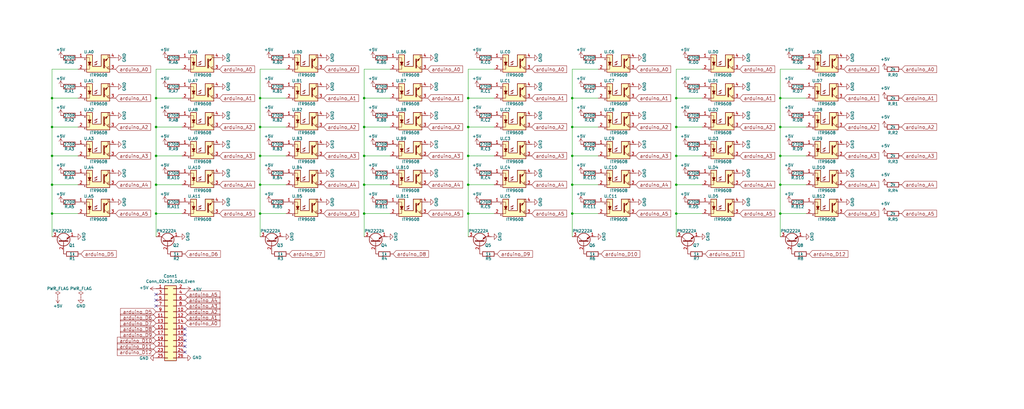
<source format=kicad_sch>
(kicad_sch (version 20211123) (generator eeschema)
  (paper "User" 450.012 180.01)
  (junction (at 22.86 43.18))
  (junction (at 160.02 68.58))
  (junction (at 22.86 55.88))
  (junction (at 22.86 81.28))
  (junction (at 205.74 81.28))
  (junction (at 160.02 93.98))
  (junction (at 205.74 55.88))
  (junction (at 68.58 81.28))
  (junction (at 251.46 55.88))
  (junction (at 114.3 55.88))
  (junction (at 114.3 93.98))
  (junction (at 68.58 43.18))
  (junction (at 297.18 81.28))
  (junction (at 342.9 93.98))
  (junction (at 342.9 81.28))
  (junction (at 342.9 43.18))
  (junction (at 251.46 81.28))
  (junction (at 342.9 55.88))
  (junction (at 160.02 81.28))
  (junction (at 160.02 55.88))
  (junction (at 251.46 93.98))
  (junction (at 205.74 68.58))
  (junction (at 205.74 93.98))
  (junction (at 22.86 68.58))
  (junction (at 114.3 68.58))
  (junction (at 297.18 93.98))
  (junction (at 68.58 68.58))
  (junction (at 251.46 43.18))
  (junction (at 251.46 68.58))
  (junction (at 205.74 43.18))
  (junction (at 22.86 93.98))
  (junction (at 342.9 68.58))
  (junction (at 114.3 43.18))
  (junction (at 160.02 43.18))
  (junction (at 297.18 68.58))
  (junction (at 297.18 55.88))
  (junction (at 297.18 43.18))
  (junction (at 68.58 93.98))
  (junction (at 68.58 55.88))
  (junction (at 114.3 81.28))
  (no_connect (at 81.28 147.32))
  (no_connect (at 81.28 154.94))
  (no_connect (at 81.28 149.86))
  (no_connect (at 68.58 134.62))
  (no_connect (at 81.28 144.78))
  (no_connect (at 68.58 132.08))
  (no_connect (at 81.28 152.4))
  (no_connect (at 68.58 129.54))
  (wire (pts (xy 297.18 55.88) (xy 297.18 68.58)))
  (wire (pts (xy 205.74 68.58) (xy 217.17 68.58)))
  (wire (pts (xy 342.9 68.58) (xy 342.9 81.28)))
  (wire (pts (xy 22.86 55.88) (xy 34.29 55.88)))
  (wire (pts (xy 308.61 30.48) (xy 297.18 30.48)))
  (wire (pts (xy 22.86 93.98) (xy 22.86 104.14)))
  (wire (pts (xy 205.74 30.48) (xy 205.74 43.18)))
  (wire (pts (xy 22.86 55.88) (xy 22.86 68.58)))
  (wire (pts (xy 22.86 30.48) (xy 22.86 43.18)))
  (wire (pts (xy 22.86 81.28) (xy 34.29 81.28)))
  (wire (pts (xy 160.02 68.58) (xy 160.02 81.28)))
  (wire (pts (xy 205.74 68.58) (xy 205.74 81.28)))
  (wire (pts (xy 297.18 81.28) (xy 297.18 93.98)))
  (wire (pts (xy 297.18 30.48) (xy 297.18 43.18)))
  (wire (pts (xy 68.58 43.18) (xy 68.58 55.88)))
  (wire (pts (xy 251.46 81.28) (xy 251.46 93.98)))
  (wire (pts (xy 160.02 43.18) (xy 160.02 55.88)))
  (wire (pts (xy 114.3 68.58) (xy 114.3 81.28)))
  (wire (pts (xy 160.02 93.98) (xy 171.45 93.98)))
  (wire (pts (xy 68.58 81.28) (xy 68.58 93.98)))
  (wire (pts (xy 80.01 30.48) (xy 68.58 30.48)))
  (wire (pts (xy 22.86 43.18) (xy 22.86 55.88)))
  (wire (pts (xy 297.18 93.98) (xy 297.18 104.14)))
  (wire (pts (xy 205.74 93.98) (xy 205.74 104.14)))
  (wire (pts (xy 342.9 81.28) (xy 354.33 81.28)))
  (wire (pts (xy 114.3 43.18) (xy 125.73 43.18)))
  (wire (pts (xy 354.33 30.48) (xy 342.9 30.48)))
  (wire (pts (xy 22.86 93.98) (xy 34.29 93.98)))
  (wire (pts (xy 160.02 68.58) (xy 171.45 68.58)))
  (wire (pts (xy 68.58 93.98) (xy 80.01 93.98)))
  (wire (pts (xy 68.58 81.28) (xy 80.01 81.28)))
  (wire (pts (xy 160.02 55.88) (xy 160.02 68.58)))
  (wire (pts (xy 160.02 30.48) (xy 160.02 43.18)))
  (wire (pts (xy 342.9 43.18) (xy 354.33 43.18)))
  (wire (pts (xy 68.58 43.18) (xy 80.01 43.18)))
  (wire (pts (xy 205.74 81.28) (xy 205.74 93.98)))
  (wire (pts (xy 68.58 55.88) (xy 68.58 68.58)))
  (wire (pts (xy 205.74 55.88) (xy 205.74 68.58)))
  (wire (pts (xy 342.9 55.88) (xy 342.9 68.58)))
  (wire (pts (xy 251.46 93.98) (xy 251.46 104.14)))
  (wire (pts (xy 68.58 68.58) (xy 80.01 68.58)))
  (wire (pts (xy 160.02 81.28) (xy 171.45 81.28)))
  (wire (pts (xy 205.74 43.18) (xy 205.74 55.88)))
  (wire (pts (xy 160.02 43.18) (xy 171.45 43.18)))
  (wire (pts (xy 114.3 93.98) (xy 125.73 93.98)))
  (wire (pts (xy 342.9 81.28) (xy 342.9 93.98)))
  (wire (pts (xy 205.74 81.28) (xy 217.17 81.28)))
  (wire (pts (xy 342.9 30.48) (xy 342.9 43.18)))
  (wire (pts (xy 262.89 30.48) (xy 251.46 30.48)))
  (wire (pts (xy 160.02 81.28) (xy 160.02 93.98)))
  (wire (pts (xy 160.02 93.98) (xy 160.02 104.14)))
  (wire (pts (xy 297.18 55.88) (xy 308.61 55.88)))
  (wire (pts (xy 297.18 43.18) (xy 308.61 43.18)))
  (wire (pts (xy 217.17 30.48) (xy 205.74 30.48)))
  (wire (pts (xy 68.58 30.48) (xy 68.58 43.18)))
  (wire (pts (xy 34.29 30.48) (xy 22.86 30.48)))
  (wire (pts (xy 114.3 55.88) (xy 114.3 68.58)))
  (wire (pts (xy 297.18 43.18) (xy 297.18 55.88)))
  (wire (pts (xy 251.46 55.88) (xy 262.89 55.88)))
  (wire (pts (xy 251.46 93.98) (xy 262.89 93.98)))
  (wire (pts (xy 297.18 68.58) (xy 297.18 81.28)))
  (wire (pts (xy 22.86 81.28) (xy 22.86 93.98)))
  (wire (pts (xy 251.46 55.88) (xy 251.46 68.58)))
  (wire (pts (xy 251.46 81.28) (xy 262.89 81.28)))
  (wire (pts (xy 22.86 68.58) (xy 22.86 81.28)))
  (wire (pts (xy 22.86 43.18) (xy 34.29 43.18)))
  (wire (pts (xy 68.58 55.88) (xy 80.01 55.88)))
  (wire (pts (xy 22.86 68.58) (xy 34.29 68.58)))
  (wire (pts (xy 251.46 30.48) (xy 251.46 43.18)))
  (wire (pts (xy 342.9 43.18) (xy 342.9 55.88)))
  (wire (pts (xy 205.74 93.98) (xy 217.17 93.98)))
  (wire (pts (xy 114.3 93.98) (xy 114.3 104.14)))
  (wire (pts (xy 342.9 55.88) (xy 354.33 55.88)))
  (wire (pts (xy 342.9 93.98) (xy 342.9 104.14)))
  (wire (pts (xy 171.45 30.48) (xy 160.02 30.48)))
  (wire (pts (xy 342.9 68.58) (xy 354.33 68.58)))
  (wire (pts (xy 297.18 93.98) (xy 308.61 93.98)))
  (wire (pts (xy 160.02 55.88) (xy 171.45 55.88)))
  (wire (pts (xy 251.46 68.58) (xy 251.46 81.28)))
  (wire (pts (xy 297.18 81.28) (xy 308.61 81.28)))
  (wire (pts (xy 342.9 93.98) (xy 354.33 93.98)))
  (wire (pts (xy 68.58 93.98) (xy 68.58 104.14)))
  (wire (pts (xy 251.46 68.58) (xy 262.89 68.58)))
  (wire (pts (xy 114.3 81.28) (xy 125.73 81.28)))
  (wire (pts (xy 114.3 43.18) (xy 114.3 55.88)))
  (wire (pts (xy 205.74 55.88) (xy 217.17 55.88)))
  (wire (pts (xy 251.46 43.18) (xy 251.46 55.88)))
  (wire (pts (xy 205.74 43.18) (xy 217.17 43.18)))
  (wire (pts (xy 114.3 55.88) (xy 125.73 55.88)))
  (wire (pts (xy 114.3 30.48) (xy 114.3 43.18)))
  (wire (pts (xy 251.46 43.18) (xy 262.89 43.18)))
  (wire (pts (xy 114.3 68.58) (xy 125.73 68.58)))
  (wire (pts (xy 68.58 68.58) (xy 68.58 81.28)))
  (wire (pts (xy 125.73 30.48) (xy 114.3 30.48)))
  (wire (pts (xy 297.18 68.58) (xy 308.61 68.58)))
  (wire (pts (xy 114.3 81.28) (xy 114.3 93.98)))
  (global_label "arduino_A2" (shape input) (at 142.24 55.88 0) (effects (font (size 1.524 1.524))) (property "Intersheet References" "${INTERSHEET_REFS}" (effects hide)))
  (global_label "arduino_A1" (shape input) (at 96.52 43.18 0) (effects (font (size 1.524 1.524))) (property "Intersheet References" "${INTERSHEET_REFS}" (effects hide)))
  (global_label "arduino_A0" (shape input) (at 233.68 30.48 0) (effects (font (size 1.524 1.524))) (property "Intersheet References" "${INTERSHEET_REFS}" (effects hide)))
  (global_label "arduino_D5" (shape input) (at 68.58 137.16 180) (effects (font (size 1.524 1.524))) (property "Intersheet References" "${INTERSHEET_REFS}" (effects hide)))
  (global_label "arduino_A3" (shape input) (at 187.96 68.58 0) (effects (font (size 1.524 1.524))) (property "Intersheet References" "${INTERSHEET_REFS}" (effects hide)))
  (global_label "arduino_A3" (shape input) (at 233.68 68.58 0) (effects (font (size 1.524 1.524))) (property "Intersheet References" "${INTERSHEET_REFS}" (effects hide)))
  (global_label "arduino_A1" (shape input) (at 370.84 43.18 0) (effects (font (size 1.524 1.524))) (property "Intersheet References" "${INTERSHEET_REFS}" (effects hide)))
  (global_label "arduino_A2" (shape input) (at 233.68 55.88 0) (effects (font (size 1.524 1.524))) (property "Intersheet References" "${INTERSHEET_REFS}" (effects hide)))
  (global_label "arduino_A5" (shape input) (at 370.84 93.98 0) (effects (font (size 1.524 1.524))) (property "Intersheet References" "${INTERSHEET_REFS}" (effects hide)))
  (global_label "arduino_A5" (shape input) (at 279.4 93.98 0) (effects (font (size 1.524 1.524))) (property "Intersheet References" "${INTERSHEET_REFS}" (effects hide)))
  (global_label "arduino_D9" (shape input) (at 218.44 111.76 0) (effects (font (size 1.524 1.524))) (property "Intersheet References" "${INTERSHEET_REFS}" (effects hide)))
  (global_label "arduino_D10" (shape input) (at 264.16 111.76 0) (effects (font (size 1.524 1.524))) (property "Intersheet References" "${INTERSHEET_REFS}" (effects hide)))
  (global_label "arduino_A5" (shape input) (at 81.28 129.54 0) (effects (font (size 1.524 1.524))) (property "Intersheet References" "${INTERSHEET_REFS}" (effects hide)))
  (global_label "arduino_A0" (shape input) (at 50.8 30.48 0) (effects (font (size 1.524 1.524))) (property "Intersheet References" "${INTERSHEET_REFS}" (effects hide)))
  (global_label "arduino_A0" (shape input) (at 142.24 30.48 0) (effects (font (size 1.524 1.524))) (property "Intersheet References" "${INTERSHEET_REFS}" (effects hide)))
  (global_label "arduino_A3" (shape input) (at 81.28 134.62 0) (effects (font (size 1.524 1.524))) (property "Intersheet References" "${INTERSHEET_REFS}" (effects hide)))
  (global_label "arduino_A3" (shape input) (at 370.84 68.58 0) (effects (font (size 1.524 1.524))) (property "Intersheet References" "${INTERSHEET_REFS}" (effects hide)))
  (global_label "arduino_A2" (shape input) (at 396.24 55.88 0) (effects (font (size 1.524 1.524))) (property "Intersheet References" "${INTERSHEET_REFS}" (effects hide)))
  (global_label "arduino_A0" (shape input) (at 96.52 30.48 0) (effects (font (size 1.524 1.524))) (property "Intersheet References" "${INTERSHEET_REFS}" (effects hide)))
  (global_label "arduino_A5" (shape input) (at 325.12 93.98 0) (effects (font (size 1.524 1.524))) (property "Intersheet References" "${INTERSHEET_REFS}" (effects hide)))
  (global_label "arduino_A4" (shape input) (at 142.24 81.28 0) (effects (font (size 1.524 1.524))) (property "Intersheet References" "${INTERSHEET_REFS}" (effects hide)))
  (global_label "arduino_A5" (shape input) (at 233.68 93.98 0) (effects (font (size 1.524 1.524))) (property "Intersheet References" "${INTERSHEET_REFS}" (effects hide)))
  (global_label "arduino_D5" (shape input) (at 35.56 111.76 0) (effects (font (size 1.524 1.524))) (property "Intersheet References" "${INTERSHEET_REFS}" (effects hide)))
  (global_label "arduino_A4" (shape input) (at 187.96 81.28 0) (effects (font (size 1.524 1.524))) (property "Intersheet References" "${INTERSHEET_REFS}" (effects hide)))
  (global_label "arduino_A2" (shape input) (at 96.52 55.88 0) (effects (font (size 1.524 1.524))) (property "Intersheet References" "${INTERSHEET_REFS}" (effects hide)))
  (global_label "arduino_A1" (shape input) (at 279.4 43.18 0) (effects (font (size 1.524 1.524))) (property "Intersheet References" "${INTERSHEET_REFS}" (effects hide)))
  (global_label "arduino_A1" (shape input) (at 81.28 139.7 0) (effects (font (size 1.524 1.524))) (property "Intersheet References" "${INTERSHEET_REFS}" (effects hide)))
  (global_label "arduino_A3" (shape input) (at 96.52 68.58 0) (effects (font (size 1.524 1.524))) (property "Intersheet References" "${INTERSHEET_REFS}" (effects hide)))
  (global_label "arduino_D6" (shape input) (at 68.58 139.7 180) (effects (font (size 1.524 1.524))) (property "Intersheet References" "${INTERSHEET_REFS}" (effects hide)))
  (global_label "arduino_A2" (shape input) (at 187.96 55.88 0) (effects (font (size 1.524 1.524))) (property "Intersheet References" "${INTERSHEET_REFS}" (effects hide)))
  (global_label "arduino_D8" (shape input) (at 172.72 111.76 0) (effects (font (size 1.524 1.524))) (property "Intersheet References" "${INTERSHEET_REFS}" (effects hide)))
  (global_label "arduino_A1" (shape input) (at 50.8 43.18 0) (effects (font (size 1.524 1.524))) (property "Intersheet References" "${INTERSHEET_REFS}" (effects hide)))
  (global_label "arduino_A5" (shape input) (at 396.24 93.98 0) (effects (font (size 1.524 1.524))) (property "Intersheet References" "${INTERSHEET_REFS}" (effects hide)))
  (global_label "arduino_D7" (shape input) (at 127 111.76 0) (effects (font (size 1.524 1.524))) (property "Intersheet References" "${INTERSHEET_REFS}" (effects hide)))
  (global_label "arduino_A4" (shape input) (at 396.24 81.28 0) (effects (font (size 1.524 1.524))) (property "Intersheet References" "${INTERSHEET_REFS}" (effects hide)))
  (global_label "arduino_A4" (shape input) (at 325.12 81.28 0) (effects (font (size 1.524 1.524))) (property "Intersheet References" "${INTERSHEET_REFS}" (effects hide)))
  (global_label "arduino_A4" (shape input) (at 370.84 81.28 0) (effects (font (size 1.524 1.524))) (property "Intersheet References" "${INTERSHEET_REFS}" (effects hide)))
  (global_label "arduino_D8" (shape input) (at 68.58 144.78 180) (effects (font (size 1.524 1.524))) (property "Intersheet References" "${INTERSHEET_REFS}" (effects hide)))
  (global_label "arduino_A5" (shape input) (at 50.8 93.98 0) (effects (font (size 1.524 1.524))) (property "Intersheet References" "${INTERSHEET_REFS}" (effects hide)))
  (global_label "arduino_A5" (shape input) (at 96.52 93.98 0) (effects (font (size 1.524 1.524))) (property "Intersheet References" "${INTERSHEET_REFS}" (effects hide)))
  (global_label "arduino_A1" (shape input) (at 187.96 43.18 0) (effects (font (size 1.524 1.524))) (property "Intersheet References" "${INTERSHEET_REFS}" (effects hide)))
  (global_label "arduino_A3" (shape input) (at 396.24 68.58 0) (effects (font (size 1.524 1.524))) (property "Intersheet References" "${INTERSHEET_REFS}" (effects hide)))
  (global_label "arduino_A3" (shape input) (at 142.24 68.58 0) (effects (font (size 1.524 1.524))) (property "Intersheet References" "${INTERSHEET_REFS}" (effects hide)))
  (global_label "arduino_A0" (shape input) (at 187.96 30.48 0) (effects (font (size 1.524 1.524))) (property "Intersheet References" "${INTERSHEET_REFS}" (effects hide)))
  (global_label "arduino_D10" (shape input) (at 68.58 149.86 180) (effects (font (size 1.524 1.524))) (property "Intersheet References" "${INTERSHEET_REFS}" (effects hide)))
  (global_label "arduino_A3" (shape input) (at 325.12 68.58 0) (effects (font (size 1.524 1.524))) (property "Intersheet References" "${INTERSHEET_REFS}" (effects hide)))
  (global_label "arduino_A0" (shape input) (at 370.84 30.48 0) (effects (font (size 1.524 1.524))) (property "Intersheet References" "${INTERSHEET_REFS}" (effects hide)))
  (global_label "arduino_A1" (shape input) (at 142.24 43.18 0) (effects (font (size 1.524 1.524))) (property "Intersheet References" "${INTERSHEET_REFS}" (effects hide)))
  (global_label "arduino_A5" (shape input) (at 142.24 93.98 0) (effects (font (size 1.524 1.524))) (property "Intersheet References" "${INTERSHEET_REFS}" (effects hide)))
  (global_label "arduino_A1" (shape input) (at 233.68 43.18 0) (effects (font (size 1.524 1.524))) (property "Intersheet References" "${INTERSHEET_REFS}" (effects hide)))
  (global_label "arduino_A0" (shape input) (at 279.4 30.48 0) (effects (font (size 1.524 1.524))) (property "Intersheet References" "${INTERSHEET_REFS}" (effects hide)))
  (global_label "arduino_A0" (shape input) (at 81.28 142.24 0) (effects (font (size 1.524 1.524))) (property "Intersheet References" "${INTERSHEET_REFS}" (effects hide)))
  (global_label "arduino_A1" (shape input) (at 325.12 43.18 0) (effects (font (size 1.524 1.524))) (property "Intersheet References" "${INTERSHEET_REFS}" (effects hide)))
  (global_label "arduino_D12" (shape input) (at 355.6 111.76 0) (effects (font (size 1.524 1.524))) (property "Intersheet References" "${INTERSHEET_REFS}" (effects hide)))
  (global_label "arduino_D11" (shape input) (at 309.88 111.76 0) (effects (font (size 1.524 1.524))) (property "Intersheet References" "${INTERSHEET_REFS}" (effects hide)))
  (global_label "arduino_A4" (shape input) (at 233.68 81.28 0) (effects (font (size 1.524 1.524))) (property "Intersheet References" "${INTERSHEET_REFS}" (effects hide)))
  (global_label "arduino_D9" (shape input) (at 68.58 147.32 180) (effects (font (size 1.524 1.524))) (property "Intersheet References" "${INTERSHEET_REFS}" (effects hide)))
  (global_label "arduino_A3" (shape input) (at 279.4 68.58 0) (effects (font (size 1.524 1.524))) (property "Intersheet References" "${INTERSHEET_REFS}" (effects hide)))
  (global_label "arduino_A2" (shape input) (at 325.12 55.88 0) (effects (font (size 1.524 1.524))) (property "Intersheet References" "${INTERSHEET_REFS}" (effects hide)))
  (global_label "arduino_A2" (shape input) (at 50.8 55.88 0) (effects (font (size 1.524 1.524))) (property "Intersheet References" "${INTERSHEET_REFS}" (effects hide)))
  (global_label "arduino_A4" (shape input) (at 50.8 81.28 0) (effects (font (size 1.524 1.524))) (property "Intersheet References" "${INTERSHEET_REFS}" (effects hide)))
  (global_label "arduino_A2" (shape input) (at 279.4 55.88 0) (effects (font (size 1.524 1.524))) (property "Intersheet References" "${INTERSHEET_REFS}" (effects hide)))
  (global_label "arduino_D12" (shape input) (at 68.58 154.94 180) (effects (font (size 1.524 1.524))) (property "Intersheet References" "${INTERSHEET_REFS}" (effects hide)))
  (global_label "arduino_A0" (shape input) (at 325.12 30.48 0) (effects (font (size 1.524 1.524))) (property "Intersheet References" "${INTERSHEET_REFS}" (effects hide)))
  (global_label "arduino_A3" (shape input) (at 50.8 68.58 0) (effects (font (size 1.524 1.524))) (property "Intersheet References" "${INTERSHEET_REFS}" (effects hide)))
  (global_label "arduino_A0" (shape input) (at 396.24 30.48 0) (effects (font (size 1.524 1.524))) (property "Intersheet References" "${INTERSHEET_REFS}" (effects hide)))
  (global_label "arduino_D7" (shape input) (at 68.58 142.24 180) (effects (font (size 1.524 1.524))) (property "Intersheet References" "${INTERSHEET_REFS}" (effects hide)))
  (global_label "arduino_D11" (shape input) (at 68.58 152.4 180) (effects (font (size 1.524 1.524))) (property "Intersheet References" "${INTERSHEET_REFS}" (effects hide)))
  (global_label "arduino_A4" (shape input) (at 81.28 132.08 0) (effects (font (size 1.524 1.524))) (property "Intersheet References" "${INTERSHEET_REFS}" (effects hide)))
  (global_label "arduino_A4" (shape input) (at 96.52 81.28 0) (effects (font (size 1.524 1.524))) (property "Intersheet References" "${INTERSHEET_REFS}" (effects hide)))
  (global_label "arduino_D6" (shape input) (at 81.28 111.76 0) (effects (font (size 1.524 1.524))) (property "Intersheet References" "${INTERSHEET_REFS}" (effects hide)))
  (global_label "arduino_A4" (shape input) (at 279.4 81.28 0) (effects (font (size 1.524 1.524))) (property "Intersheet References" "${INTERSHEET_REFS}" (effects hide)))
  (global_label "arduino_A1" (shape input) (at 396.24 43.18 0) (effects (font (size 1.524 1.524))) (property "Intersheet References" "${INTERSHEET_REFS}" (effects hide)))
  (global_label "arduino_A2" (shape input) (at 370.84 55.88 0) (effects (font (size 1.524 1.524))) (property "Intersheet References" "${INTERSHEET_REFS}" (effects hide)))
  (global_label "arduino_A2" (shape input) (at 81.28 137.16 0) (effects (font (size 1.524 1.524))) (property "Intersheet References" "${INTERSHEET_REFS}" (effects hide)))
  (global_label "arduino_A5" (shape input) (at 187.96 93.98 0) (effects (font (size 1.524 1.524))) (property "Intersheet References" "${INTERSHEET_REFS}" (effects hide)))
  (symbol (lib_id "optocouplers-rescue:GND-optocouplers-rescue") (at 50.8 38.1 90) (unit 1)
    (property "Reference" "#PWR01" (effects hide))
    (property "Value" "GND" (at 54.61 38.1 0))
  )
  (symbol (lib_id "optocouplers-rescue:R-optocouplers-rescue") (at 30.48 38.1 270) (unit 1)
    (property "Reference" "R.A1" (at 30.48 40.132 90))
    (property "Value" "270R" (at 30.48 38.1 90))
    (property "Footprint" "Resistor_SMD:R_1206_3216Metric_Pad1.30x1.75mm_HandSolder" (effects hide))
  )
  (symbol (lib_id "optocouplers-rescue:+5V-optocouplers-rescue") (at 26.67 38.1 0) (unit 1)
    (property "Reference" "#PWR02" (effects hide))
    (property "Value" "+5V" (at 26.67 34.544 0))
  )
  (symbol (lib_id "optocouplers-rescue:ITR9608-optocouplers-rescue") (at 41.91 27.94 0) (unit 1)
    (property "Reference" "U.A0" (at 36.83 22.86 0) (effects (justify left)))
    (property "Value" "ITR9608" (at 39.37 33.02 0) (effects (justify left)))
    (property "Footprint" "ITR9608:ITR9608" (effects hide))
  )
  (symbol (lib_id "optocouplers-rescue:GND-optocouplers-rescue") (at 50.8 25.4 90) (unit 1)
    (property "Reference" "#PWR03" (effects hide))
    (property "Value" "GND" (at 54.61 25.4 0))
  )
  (symbol (lib_id "optocouplers-rescue:R-optocouplers-rescue") (at 30.48 25.4 270) (unit 1)
    (property "Reference" "R.A0" (at 30.48 27.432 90))
    (property "Value" "270R" (at 30.48 25.4 90))
    (property "Footprint" "Resistor_SMD:R_1206_3216Metric_Pad1.30x1.75mm_HandSolder" (effects hide))
  )
  (symbol (lib_id "optocouplers-rescue:+5V-optocouplers-rescue") (at 26.67 25.4 0) (unit 1)
    (property "Reference" "#PWR04" (effects hide))
    (property "Value" "+5V" (at 26.67 21.844 0))
  )
  (symbol (lib_id "optocouplers-rescue:GND-optocouplers-rescue") (at 50.8 63.5 90) (unit 1)
    (property "Reference" "#PWR05" (effects hide))
    (property "Value" "GND" (at 54.61 63.5 0))
  )
  (symbol (lib_id "optocouplers-rescue:R-optocouplers-rescue") (at 30.48 63.5 270) (unit 1)
    (property "Reference" "R.A3" (at 30.48 65.532 90))
    (property "Value" "270R" (at 30.48 63.5 90))
    (property "Footprint" "Resistor_SMD:R_1206_3216Metric_Pad1.30x1.75mm_HandSolder" (effects hide))
  )
  (symbol (lib_id "optocouplers-rescue:+5V-optocouplers-rescue") (at 26.67 63.5 0) (unit 1)
    (property "Reference" "#PWR06" (effects hide))
    (property "Value" "+5V" (at 26.67 59.944 0))
  )
  (symbol (lib_id "optocouplers-rescue:GND-optocouplers-rescue") (at 50.8 50.8 90) (unit 1)
    (property "Reference" "#PWR07" (effects hide))
    (property "Value" "GND" (at 54.61 50.8 0))
  )
  (symbol (lib_id "optocouplers-rescue:R-optocouplers-rescue") (at 30.48 50.8 270) (unit 1)
    (property "Reference" "R.A2" (at 30.48 52.832 90))
    (property "Value" "270R" (at 30.48 50.8 90))
    (property "Footprint" "Resistor_SMD:R_1206_3216Metric_Pad1.30x1.75mm_HandSolder" (effects hide))
  )
  (symbol (lib_id "optocouplers-rescue:+5V-optocouplers-rescue") (at 26.67 50.8 0) (unit 1)
    (property "Reference" "#PWR08" (effects hide))
    (property "Value" "+5V" (at 26.67 47.244 0))
  )
  (symbol (lib_id "optocouplers-rescue:GND-optocouplers-rescue") (at 50.8 88.9 90) (unit 1)
    (property "Reference" "#PWR09" (effects hide))
    (property "Value" "GND" (at 54.61 88.9 0))
  )
  (symbol (lib_id "optocouplers-rescue:R-optocouplers-rescue") (at 30.48 88.9 270) (unit 1)
    (property "Reference" "R.A5" (at 30.48 90.932 90))
    (property "Value" "270R" (at 30.48 88.9 90))
    (property "Footprint" "Resistor_SMD:R_1206_3216Metric_Pad1.30x1.75mm_HandSolder" (effects hide))
  )
  (symbol (lib_id "optocouplers-rescue:+5V-optocouplers-rescue") (at 26.67 88.9 0) (unit 1)
    (property "Reference" "#PWR010" (effects hide))
    (property "Value" "+5V" (at 26.67 85.344 0))
  )
  (symbol (lib_id "optocouplers-rescue:GND-optocouplers-rescue") (at 50.8 76.2 90) (unit 1)
    (property "Reference" "#PWR011" (effects hide))
    (property "Value" "GND" (at 54.61 76.2 0))
  )
  (symbol (lib_id "optocouplers-rescue:R-optocouplers-rescue") (at 30.48 76.2 270) (unit 1)
    (property "Reference" "R.A4" (at 30.48 78.232 90))
    (property "Value" "270R" (at 30.48 76.2 90))
    (property "Footprint" "Resistor_SMD:R_1206_3216Metric_Pad1.30x1.75mm_HandSolder" (effects hide))
  )
  (symbol (lib_id "optocouplers-rescue:+5V-optocouplers-rescue") (at 26.67 76.2 0) (unit 1)
    (property "Reference" "#PWR012" (effects hide))
    (property "Value" "+5V" (at 26.67 72.644 0))
  )
  (symbol (lib_id "optocouplers-rescue:PN2222A-optocouplers-rescue") (at 27.94 106.68 90) (unit 1)
    (property "Reference" "Q1" (at 33.02 107.95 90) (effects (justify left)))
    (property "Value" "PN2222A" (at 31.75 101.6 90) (effects (justify left)))
    (property "Footprint" "Package_TO_SOT_THT:TO-92_Inline_Wide" (effects hide))
  )
  (symbol (lib_id "optocouplers-rescue:GND-optocouplers-rescue") (at 33.02 104.14 90) (unit 1)
    (property "Reference" "#PWR017" (effects hide))
    (property "Value" "GND" (at 36.83 104.14 0))
  )
  (symbol (lib_id "optocouplers-rescue:R-optocouplers-rescue") (at 31.75 111.76 270) (unit 1)
    (property "Reference" "R1" (at 31.75 113.792 90))
    (property "Value" "1k" (at 31.75 111.76 90))
    (property "Footprint" "Resistor_SMD:R_1206_3216Metric_Pad1.30x1.75mm_HandSolder" (effects hide))
  )
  (symbol (lib_id "optocouplers-rescue:+5V-optocouplers-rescue") (at 25.4 130.81 180) (unit 1)
    (property "Reference" "#PWR018" (effects hide))
    (property "Value" "+5V" (at 25.4 134.62 0))
  )
  (symbol (lib_id "optocouplers-rescue:PWR_FLAG-optocouplers-rescue") (at 25.4 130.81 0) (unit 1)
    (property "Reference" "#FLG019" (effects hide))
    (property "Value" "PWR_FLAG" (at 25.4 127 0))
  )
  (symbol (lib_id "optocouplers-rescue:ITR9608-optocouplers-rescue") (at 41.91 40.64 0) (unit 1)
    (property "Reference" "U.A1" (at 36.83 35.56 0) (effects (justify left)))
    (property "Value" "ITR9608" (at 39.37 45.72 0) (effects (justify left)))
    (property "Footprint" "ITR9608:ITR9608" (effects hide))
  )
  (symbol (lib_id "optocouplers-rescue:ITR9608-optocouplers-rescue") (at 41.91 53.34 0) (unit 1)
    (property "Reference" "U.A2" (at 36.83 48.26 0) (effects (justify left)))
    (property "Value" "ITR9608" (at 39.37 58.42 0) (effects (justify left)))
    (property "Footprint" "ITR9608:ITR9608" (effects hide))
  )
  (symbol (lib_id "optocouplers-rescue:ITR9608-optocouplers-rescue") (at 41.91 66.04 0) (unit 1)
    (property "Reference" "U.A3" (at 36.83 60.96 0) (effects (justify left)))
    (property "Value" "ITR9608" (at 39.37 71.12 0) (effects (justify left)))
    (property "Footprint" "ITR9608:ITR9608" (effects hide))
  )
  (symbol (lib_id "optocouplers-rescue:ITR9608-optocouplers-rescue") (at 41.91 78.74 0) (unit 1)
    (property "Reference" "U.A4" (at 36.83 73.66 0) (effects (justify left)))
    (property "Value" "ITR9608" (at 39.37 83.82 0) (effects (justify left)))
    (property "Footprint" "ITR9608:ITR9608" (effects hide))
  )
  (symbol (lib_id "optocouplers-rescue:ITR9608-optocouplers-rescue") (at 41.91 91.44 0) (unit 1)
    (property "Reference" "U.A5" (at 36.83 86.36 0) (effects (justify left)))
    (property "Value" "ITR9608" (at 39.37 96.52 0) (effects (justify left)))
    (property "Footprint" "ITR9608:ITR9608" (effects hide))
  )
  (symbol (lib_id "optocouplers-rescue:GND-optocouplers-rescue") (at 96.52 38.1 90) (unit 1)
    (property "Reference" "#PWR013" (effects hide))
    (property "Value" "GND" (at 100.33 38.1 0))
  )
  (symbol (lib_id "optocouplers-rescue:R-optocouplers-rescue") (at 76.2 38.1 270) (unit 1)
    (property "Reference" "R.A7" (at 76.2 40.132 90))
    (property "Value" "270R" (at 76.2 38.1 90))
    (property "Footprint" "Resistor_SMD:R_1206_3216Metric_Pad1.30x1.75mm_HandSolder" (effects hide))
  )
  (symbol (lib_id "optocouplers-rescue:+5V-optocouplers-rescue") (at 72.39 38.1 0) (unit 1)
    (property "Reference" "#PWR014" (effects hide))
    (property "Value" "+5V" (at 72.39 34.544 0))
  )
  (symbol (lib_id "optocouplers-rescue:ITR9608-optocouplers-rescue") (at 87.63 27.94 0) (unit 1)
    (property "Reference" "U.A6" (at 82.55 22.86 0) (effects (justify left)))
    (property "Value" "ITR9608" (at 85.09 33.02 0) (effects (justify left)))
    (property "Footprint" "ITR9608:ITR9608" (effects hide))
  )
  (symbol (lib_id "optocouplers-rescue:GND-optocouplers-rescue") (at 96.52 25.4 90) (unit 1)
    (property "Reference" "#PWR015" (effects hide))
    (property "Value" "GND" (at 100.33 25.4 0))
  )
  (symbol (lib_id "optocouplers-rescue:R-optocouplers-rescue") (at 76.2 25.4 270) (unit 1)
    (property "Reference" "R.A6" (at 76.2 27.432 90))
    (property "Value" "270R" (at 76.2 25.4 90))
    (property "Footprint" "Resistor_SMD:R_1206_3216Metric_Pad1.30x1.75mm_HandSolder" (effects hide))
  )
  (symbol (lib_id "optocouplers-rescue:+5V-optocouplers-rescue") (at 72.39 25.4 0) (unit 1)
    (property "Reference" "#PWR016" (effects hide))
    (property "Value" "+5V" (at 72.39 21.844 0))
  )
  (symbol (lib_id "optocouplers-rescue:GND-optocouplers-rescue") (at 96.52 63.5 90) (unit 1)
    (property "Reference" "#PWR019" (effects hide))
    (property "Value" "GND" (at 100.33 63.5 0))
  )
  (symbol (lib_id "optocouplers-rescue:R-optocouplers-rescue") (at 76.2 63.5 270) (unit 1)
    (property "Reference" "R.A9" (at 76.2 65.532 90))
    (property "Value" "270R" (at 76.2 63.5 90))
    (property "Footprint" "Resistor_SMD:R_1206_3216Metric_Pad1.30x1.75mm_HandSolder" (effects hide))
  )
  (symbol (lib_id "optocouplers-rescue:+5V-optocouplers-rescue") (at 72.39 63.5 0) (unit 1)
    (property "Reference" "#PWR020" (effects hide))
    (property "Value" "+5V" (at 72.39 59.944 0))
  )
  (symbol (lib_id "optocouplers-rescue:GND-optocouplers-rescue") (at 96.52 50.8 90) (unit 1)
    (property "Reference" "#PWR021" (effects hide))
    (property "Value" "GND" (at 100.33 50.8 0))
  )
  (symbol (lib_id "optocouplers-rescue:R-optocouplers-rescue") (at 76.2 50.8 270) (unit 1)
    (property "Reference" "R.A8" (at 76.2 52.832 90))
    (property "Value" "270R" (at 76.2 50.8 90))
    (property "Footprint" "Resistor_SMD:R_1206_3216Metric_Pad1.30x1.75mm_HandSolder" (effects hide))
  )
  (symbol (lib_id "optocouplers-rescue:+5V-optocouplers-rescue") (at 72.39 50.8 0) (unit 1)
    (property "Reference" "#PWR022" (effects hide))
    (property "Value" "+5V" (at 72.39 47.244 0))
  )
  (symbol (lib_id "optocouplers-rescue:GND-optocouplers-rescue") (at 96.52 88.9 90) (unit 1)
    (property "Reference" "#PWR023" (effects hide))
    (property "Value" "GND" (at 100.33 88.9 0))
  )
  (symbol (lib_id "optocouplers-rescue:R-optocouplers-rescue") (at 76.2 88.9 270) (unit 1)
    (property "Reference" "R.A11" (at 76.2 90.932 90))
    (property "Value" "270R" (at 76.2 88.9 90))
    (property "Footprint" "Resistor_SMD:R_1206_3216Metric_Pad1.30x1.75mm_HandSolder" (effects hide))
  )
  (symbol (lib_id "optocouplers-rescue:+5V-optocouplers-rescue") (at 72.39 88.9 0) (unit 1)
    (property "Reference" "#PWR024" (effects hide))
    (property "Value" "+5V" (at 72.39 85.344 0))
  )
  (symbol (lib_id "optocouplers-rescue:GND-optocouplers-rescue") (at 96.52 76.2 90) (unit 1)
    (property "Reference" "#PWR025" (effects hide))
    (property "Value" "GND" (at 100.33 76.2 0))
  )
  (symbol (lib_id "optocouplers-rescue:R-optocouplers-rescue") (at 76.2 76.2 270) (unit 1)
    (property "Reference" "R.A10" (at 76.2 78.232 90))
    (property "Value" "270R" (at 76.2 76.2 90))
    (property "Footprint" "Resistor_SMD:R_1206_3216Metric_Pad1.30x1.75mm_HandSolder" (effects hide))
  )
  (symbol (lib_id "optocouplers-rescue:+5V-optocouplers-rescue") (at 72.39 76.2 0) (unit 1)
    (property "Reference" "#PWR026" (effects hide))
    (property "Value" "+5V" (at 72.39 72.644 0))
  )
  (symbol (lib_id "optocouplers-rescue:PN2222A-optocouplers-rescue") (at 73.66 106.68 90) (unit 1)
    (property "Reference" "Q2" (at 78.74 107.95 90) (effects (justify left)))
    (property "Value" "PN2222A" (at 77.47 101.6 90) (effects (justify left)))
    (property "Footprint" "Package_TO_SOT_THT:TO-92_Inline_Wide" (effects hide))
  )
  (symbol (lib_id "optocouplers-rescue:GND-optocouplers-rescue") (at 78.74 104.14 90) (unit 1)
    (property "Reference" "#PWR027" (effects hide))
    (property "Value" "GND" (at 82.55 104.14 0))
  )
  (symbol (lib_id "optocouplers-rescue:R-optocouplers-rescue") (at 77.47 111.76 270) (unit 1)
    (property "Reference" "R2" (at 77.47 113.792 90))
    (property "Value" "1k" (at 77.47 111.76 90))
    (property "Footprint" "Resistor_SMD:R_1206_3216Metric_Pad1.30x1.75mm_HandSolder" (effects hide))
  )
  (symbol (lib_id "optocouplers-rescue:ITR9608-optocouplers-rescue") (at 87.63 40.64 0) (unit 1)
    (property "Reference" "U.A7" (at 82.55 35.56 0) (effects (justify left)))
    (property "Value" "ITR9608" (at 85.09 45.72 0) (effects (justify left)))
    (property "Footprint" "ITR9608:ITR9608" (effects hide))
  )
  (symbol (lib_id "optocouplers-rescue:ITR9608-optocouplers-rescue") (at 87.63 53.34 0) (unit 1)
    (property "Reference" "U.A8" (at 82.55 48.26 0) (effects (justify left)))
    (property "Value" "ITR9608" (at 85.09 58.42 0) (effects (justify left)))
    (property "Footprint" "ITR9608:ITR9608" (effects hide))
  )
  (symbol (lib_id "optocouplers-rescue:ITR9608-optocouplers-rescue") (at 87.63 66.04 0) (unit 1)
    (property "Reference" "U.A9" (at 82.55 60.96 0) (effects (justify left)))
    (property "Value" "ITR9608" (at 85.09 71.12 0) (effects (justify left)))
    (property "Footprint" "ITR9608:ITR9608" (effects hide))
  )
  (symbol (lib_id "optocouplers-rescue:ITR9608-optocouplers-rescue") (at 87.63 78.74 0) (unit 1)
    (property "Reference" "U.A10" (at 82.55 73.66 0) (effects (justify left)))
    (property "Value" "ITR9608" (at 85.09 83.82 0) (effects (justify left)))
    (property "Footprint" "ITR9608:ITR9608" (effects hide))
  )
  (symbol (lib_id "optocouplers-rescue:ITR9608-optocouplers-rescue") (at 87.63 91.44 0) (unit 1)
    (property "Reference" "U.A11" (at 82.55 86.36 0) (effects (justify left)))
    (property "Value" "ITR9608" (at 85.09 96.52 0) (effects (justify left)))
    (property "Footprint" "ITR9608:ITR9608" (effects hide))
  )
  (symbol (lib_id "optocouplers-rescue:GND-optocouplers-rescue") (at 142.24 38.1 90) (unit 1)
    (property "Reference" "#PWR028" (effects hide))
    (property "Value" "GND" (at 146.05 38.1 0))
  )
  (symbol (lib_id "optocouplers-rescue:R-optocouplers-rescue") (at 121.92 38.1 270) (unit 1)
    (property "Reference" "R.B1" (at 121.92 40.132 90))
    (property "Value" "270R" (at 121.92 38.1 90))
    (property "Footprint" "Resistor_SMD:R_1206_3216Metric_Pad1.30x1.75mm_HandSolder" (effects hide))
  )
  (symbol (lib_id "optocouplers-rescue:+5V-optocouplers-rescue") (at 118.11 38.1 0) (unit 1)
    (property "Reference" "#PWR029" (effects hide))
    (property "Value" "+5V" (at 118.11 34.544 0))
  )
  (symbol (lib_id "optocouplers-rescue:ITR9608-optocouplers-rescue") (at 133.35 27.94 0) (unit 1)
    (property "Reference" "U.B0" (at 128.27 22.86 0) (effects (justify left)))
    (property "Value" "ITR9608" (at 130.81 33.02 0) (effects (justify left)))
    (property "Footprint" "ITR9608:ITR9608" (effects hide))
  )
  (symbol (lib_id "optocouplers-rescue:GND-optocouplers-rescue") (at 142.24 25.4 90) (unit 1)
    (property "Reference" "#PWR030" (effects hide))
    (property "Value" "GND" (at 146.05 25.4 0))
  )
  (symbol (lib_id "optocouplers-rescue:R-optocouplers-rescue") (at 121.92 25.4 270) (unit 1)
    (property "Reference" "R.B0" (at 121.92 27.432 90))
    (property "Value" "270R" (at 121.92 25.4 90))
    (property "Footprint" "Resistor_SMD:R_1206_3216Metric_Pad1.30x1.75mm_HandSolder" (effects hide))
  )
  (symbol (lib_id "optocouplers-rescue:+5V-optocouplers-rescue") (at 118.11 25.4 0) (unit 1)
    (property "Reference" "#PWR031" (effects hide))
    (property "Value" "+5V" (at 118.11 21.844 0))
  )
  (symbol (lib_id "optocouplers-rescue:GND-optocouplers-rescue") (at 142.24 63.5 90) (unit 1)
    (property "Reference" "#PWR032" (effects hide))
    (property "Value" "GND" (at 146.05 63.5 0))
  )
  (symbol (lib_id "optocouplers-rescue:R-optocouplers-rescue") (at 121.92 63.5 270) (unit 1)
    (property "Reference" "R.B3" (at 121.92 65.532 90))
    (property "Value" "270R" (at 121.92 63.5 90))
    (property "Footprint" "Resistor_SMD:R_1206_3216Metric_Pad1.30x1.75mm_HandSolder" (effects hide))
  )
  (symbol (lib_id "optocouplers-rescue:+5V-optocouplers-rescue") (at 118.11 63.5 0) (unit 1)
    (property "Reference" "#PWR033" (effects hide))
    (property "Value" "+5V" (at 118.11 59.944 0))
  )
  (symbol (lib_id "optocouplers-rescue:GND-optocouplers-rescue") (at 142.24 50.8 90) (unit 1)
    (property "Reference" "#PWR034" (effects hide))
    (property "Value" "GND" (at 146.05 50.8 0))
  )
  (symbol (lib_id "optocouplers-rescue:R-optocouplers-rescue") (at 121.92 50.8 270) (unit 1)
    (property "Reference" "R.B2" (at 121.92 52.832 90))
    (property "Value" "270R" (at 121.92 50.8 90))
    (property "Footprint" "Resistor_SMD:R_1206_3216Metric_Pad1.30x1.75mm_HandSolder" (effects hide))
  )
  (symbol (lib_id "optocouplers-rescue:+5V-optocouplers-rescue") (at 118.11 50.8 0) (unit 1)
    (property "Reference" "#PWR035" (effects hide))
    (property "Value" "+5V" (at 118.11 47.244 0))
  )
  (symbol (lib_id "optocouplers-rescue:GND-optocouplers-rescue") (at 142.24 88.9 90) (unit 1)
    (property "Reference" "#PWR036" (effects hide))
    (property "Value" "GND" (at 146.05 88.9 0))
  )
  (symbol (lib_id "optocouplers-rescue:R-optocouplers-rescue") (at 121.92 88.9 270) (unit 1)
    (property "Reference" "R.B5" (at 121.92 90.932 90))
    (property "Value" "270R" (at 121.92 88.9 90))
    (property "Footprint" "Resistor_SMD:R_1206_3216Metric_Pad1.30x1.75mm_HandSolder" (effects hide))
  )
  (symbol (lib_id "optocouplers-rescue:+5V-optocouplers-rescue") (at 118.11 88.9 0) (unit 1)
    (property "Reference" "#PWR037" (effects hide))
    (property "Value" "+5V" (at 118.11 85.344 0))
  )
  (symbol (lib_id "optocouplers-rescue:GND-optocouplers-rescue") (at 142.24 76.2 90) (unit 1)
    (property "Reference" "#PWR038" (effects hide))
    (property "Value" "GND" (at 146.05 76.2 0))
  )
  (symbol (lib_id "optocouplers-rescue:R-optocouplers-rescue") (at 121.92 76.2 270) (unit 1)
    (property "Reference" "R.B4" (at 121.92 78.232 90))
    (property "Value" "270R" (at 121.92 76.2 90))
    (property "Footprint" "Resistor_SMD:R_1206_3216Metric_Pad1.30x1.75mm_HandSolder" (effects hide))
  )
  (symbol (lib_id "optocouplers-rescue:+5V-optocouplers-rescue") (at 118.11 76.2 0) (unit 1)
    (property "Reference" "#PWR039" (effects hide))
    (property "Value" "+5V" (at 118.11 72.644 0))
  )
  (symbol (lib_id "optocouplers-rescue:PN2222A-optocouplers-rescue") (at 119.38 106.68 90) (unit 1)
    (property "Reference" "Q3" (at 124.46 107.95 90) (effects (justify left)))
    (property "Value" "PN2222A" (at 123.19 101.6 90) (effects (justify left)))
    (property "Footprint" "Package_TO_SOT_THT:TO-92_Inline_Wide" (effects hide))
  )
  (symbol (lib_id "optocouplers-rescue:GND-optocouplers-rescue") (at 124.46 104.14 90) (unit 1)
    (property "Reference" "#PWR040" (effects hide))
    (property "Value" "GND" (at 128.27 104.14 0))
  )
  (symbol (lib_id "optocouplers-rescue:R-optocouplers-rescue") (at 123.19 111.76 270) (unit 1)
    (property "Reference" "R3" (at 123.19 113.792 90))
    (property "Value" "1k" (at 123.19 111.76 90))
    (property "Footprint" "Resistor_SMD:R_1206_3216Metric_Pad1.30x1.75mm_HandSolder" (effects hide))
  )
  (symbol (lib_id "optocouplers-rescue:ITR9608-optocouplers-rescue") (at 133.35 40.64 0) (unit 1)
    (property "Reference" "U.B1" (at 128.27 35.56 0) (effects (justify left)))
    (property "Value" "ITR9608" (at 130.81 45.72 0) (effects (justify left)))
    (property "Footprint" "ITR9608:ITR9608" (effects hide))
  )
  (symbol (lib_id "optocouplers-rescue:ITR9608-optocouplers-rescue") (at 133.35 53.34 0) (unit 1)
    (property "Reference" "U.B2" (at 128.27 48.26 0) (effects (justify left)))
    (property "Value" "ITR9608" (at 130.81 58.42 0) (effects (justify left)))
    (property "Footprint" "ITR9608:ITR9608" (effects hide))
  )
  (symbol (lib_id "optocouplers-rescue:ITR9608-optocouplers-rescue") (at 133.35 66.04 0) (unit 1)
    (property "Reference" "U.B3" (at 128.27 60.96 0) (effects (justify left)))
    (property "Value" "ITR9608" (at 130.81 71.12 0) (effects (justify left)))
    (property "Footprint" "ITR9608:ITR9608" (effects hide))
  )
  (symbol (lib_id "optocouplers-rescue:ITR9608-optocouplers-rescue") (at 133.35 78.74 0) (unit 1)
    (property "Reference" "U.B4" (at 128.27 73.66 0) (effects (justify left)))
    (property "Value" "ITR9608" (at 130.81 83.82 0) (effects (justify left)))
    (property "Footprint" "ITR9608:ITR9608" (effects hide))
  )
  (symbol (lib_id "optocouplers-rescue:ITR9608-optocouplers-rescue") (at 133.35 91.44 0) (unit 1)
    (property "Reference" "U.B5" (at 128.27 86.36 0) (effects (justify left)))
    (property "Value" "ITR9608" (at 130.81 96.52 0) (effects (justify left)))
    (property "Footprint" "ITR9608:ITR9608" (effects hide))
  )
  (symbol (lib_id "optocouplers-rescue:GND-optocouplers-rescue") (at 187.96 38.1 90) (unit 1)
    (property "Reference" "#PWR041" (effects hide))
    (property "Value" "GND" (at 191.77 38.1 0))
  )
  (symbol (lib_id "optocouplers-rescue:R-optocouplers-rescue") (at 167.64 38.1 270) (unit 1)
    (property "Reference" "R.B7" (at 167.64 40.132 90))
    (property "Value" "270R" (at 167.64 38.1 90))
    (property "Footprint" "Resistor_SMD:R_1206_3216Metric_Pad1.30x1.75mm_HandSolder" (effects hide))
  )
  (symbol (lib_id "optocouplers-rescue:+5V-optocouplers-rescue") (at 163.83 38.1 0) (unit 1)
    (property "Reference" "#PWR042" (effects hide))
    (property "Value" "+5V" (at 163.83 34.544 0))
  )
  (symbol (lib_id "optocouplers-rescue:ITR9608-optocouplers-rescue") (at 179.07 27.94 0) (unit 1)
    (property "Reference" "U.B6" (at 173.99 22.86 0) (effects (justify left)))
    (property "Value" "ITR9608" (at 176.53 33.02 0) (effects (justify left)))
    (property "Footprint" "ITR9608:ITR9608" (effects hide))
  )
  (symbol (lib_id "optocouplers-rescue:GND-optocouplers-rescue") (at 187.96 25.4 90) (unit 1)
    (property "Reference" "#PWR043" (effects hide))
    (property "Value" "GND" (at 191.77 25.4 0))
  )
  (symbol (lib_id "optocouplers-rescue:R-optocouplers-rescue") (at 167.64 25.4 270) (unit 1)
    (property "Reference" "R.B6" (at 167.64 27.432 90))
    (property "Value" "270R" (at 167.64 25.4 90))
    (property "Footprint" "Resistor_SMD:R_1206_3216Metric_Pad1.30x1.75mm_HandSolder" (effects hide))
  )
  (symbol (lib_id "optocouplers-rescue:+5V-optocouplers-rescue") (at 163.83 25.4 0) (unit 1)
    (property "Reference" "#PWR044" (effects hide))
    (property "Value" "+5V" (at 163.83 21.844 0))
  )
  (symbol (lib_id "optocouplers-rescue:GND-optocouplers-rescue") (at 187.96 63.5 90) (unit 1)
    (property "Reference" "#PWR045" (effects hide))
    (property "Value" "GND" (at 191.77 63.5 0))
  )
  (symbol (lib_id "optocouplers-rescue:R-optocouplers-rescue") (at 167.64 63.5 270) (unit 1)
    (property "Reference" "R.B9" (at 167.64 65.532 90))
    (property "Value" "270R" (at 167.64 63.5 90))
    (property "Footprint" "Resistor_SMD:R_1206_3216Metric_Pad1.30x1.75mm_HandSolder" (effects hide))
  )
  (symbol (lib_id "optocouplers-rescue:+5V-optocouplers-rescue") (at 163.83 63.5 0) (unit 1)
    (property "Reference" "#PWR046" (effects hide))
    (property "Value" "+5V" (at 163.83 59.944 0))
  )
  (symbol (lib_id "optocouplers-rescue:GND-optocouplers-rescue") (at 187.96 50.8 90) (unit 1)
    (property "Reference" "#PWR047" (effects hide))
    (property "Value" "GND" (at 191.77 50.8 0))
  )
  (symbol (lib_id "optocouplers-rescue:R-optocouplers-rescue") (at 167.64 50.8 270) (unit 1)
    (property "Reference" "R.B8" (at 167.64 52.832 90))
    (property "Value" "270R" (at 167.64 50.8 90))
    (property "Footprint" "Resistor_SMD:R_1206_3216Metric_Pad1.30x1.75mm_HandSolder" (effects hide))
  )
  (symbol (lib_id "optocouplers-rescue:+5V-optocouplers-rescue") (at 163.83 50.8 0) (unit 1)
    (property "Reference" "#PWR048" (effects hide))
    (property "Value" "+5V" (at 163.83 47.244 0))
  )
  (symbol (lib_id "optocouplers-rescue:GND-optocouplers-rescue") (at 187.96 88.9 90) (unit 1)
    (property "Reference" "#PWR049" (effects hide))
    (property "Value" "GND" (at 191.77 88.9 0))
  )
  (symbol (lib_id "optocouplers-rescue:R-optocouplers-rescue") (at 167.64 88.9 270) (unit 1)
    (property "Reference" "R.B11" (at 167.64 90.932 90))
    (property "Value" "270R" (at 167.64 88.9 90))
    (property "Footprint" "Resistor_SMD:R_1206_3216Metric_Pad1.30x1.75mm_HandSolder" (effects hide))
  )
  (symbol (lib_id "optocouplers-rescue:+5V-optocouplers-rescue") (at 163.83 88.9 0) (unit 1)
    (property "Reference" "#PWR050" (effects hide))
    (property "Value" "+5V" (at 163.83 85.344 0))
  )
  (symbol (lib_id "optocouplers-rescue:GND-optocouplers-rescue") (at 187.96 76.2 90) (unit 1)
    (property "Reference" "#PWR051" (effects hide))
    (property "Value" "GND" (at 191.77 76.2 0))
  )
  (symbol (lib_id "optocouplers-rescue:R-optocouplers-rescue") (at 167.64 76.2 270) (unit 1)
    (property "Reference" "R.B10" (at 167.64 78.232 90))
    (property "Value" "270R" (at 167.64 76.2 90))
    (property "Footprint" "Resistor_SMD:R_1206_3216Metric_Pad1.30x1.75mm_HandSolder" (effects hide))
  )
  (symbol (lib_id "optocouplers-rescue:+5V-optocouplers-rescue") (at 163.83 76.2 0) (unit 1)
    (property "Reference" "#PWR052" (effects hide))
    (property "Value" "+5V" (at 163.83 72.644 0))
  )
  (symbol (lib_id "optocouplers-rescue:PN2222A-optocouplers-rescue") (at 165.1 106.68 90) (unit 1)
    (property "Reference" "Q4" (at 170.18 107.95 90) (effects (justify left)))
    (property "Value" "PN2222A" (at 168.91 101.6 90) (effects (justify left)))
    (property "Footprint" "Package_TO_SOT_THT:TO-92_Inline_Wide" (effects hide))
  )
  (symbol (lib_id "optocouplers-rescue:GND-optocouplers-rescue") (at 170.18 104.14 90) (unit 1)
    (property "Reference" "#PWR053" (effects hide))
    (property "Value" "GND" (at 173.99 104.14 0))
  )
  (symbol (lib_id "optocouplers-rescue:R-optocouplers-rescue") (at 168.91 111.76 270) (unit 1)
    (property "Reference" "R4" (at 168.91 113.792 90))
    (property "Value" "1k" (at 168.91 111.76 90))
    (property "Footprint" "Resistor_SMD:R_1206_3216Metric_Pad1.30x1.75mm_HandSolder" (effects hide))
  )
  (symbol (lib_id "optocouplers-rescue:ITR9608-optocouplers-rescue") (at 179.07 40.64 0) (unit 1)
    (property "Reference" "U.B7" (at 173.99 35.56 0) (effects (justify left)))
    (property "Value" "ITR9608" (at 176.53 45.72 0) (effects (justify left)))
    (property "Footprint" "ITR9608:ITR9608" (effects hide))
  )
  (symbol (lib_id "optocouplers-rescue:ITR9608-optocouplers-rescue") (at 179.07 53.34 0) (unit 1)
    (property "Reference" "U.B8" (at 173.99 48.26 0) (effects (justify left)))
    (property "Value" "ITR9608" (at 176.53 58.42 0) (effects (justify left)))
    (property "Footprint" "ITR9608:ITR9608" (effects hide))
  )
  (symbol (lib_id "optocouplers-rescue:ITR9608-optocouplers-rescue") (at 179.07 66.04 0) (unit 1)
    (property "Reference" "U.B9" (at 173.99 60.96 0) (effects (justify left)))
    (property "Value" "ITR9608" (at 176.53 71.12 0) (effects (justify left)))
    (property "Footprint" "ITR9608:ITR9608" (effects hide))
  )
  (symbol (lib_id "optocouplers-rescue:ITR9608-optocouplers-rescue") (at 179.07 78.74 0) (unit 1)
    (property "Reference" "U.B10" (at 173.99 73.66 0) (effects (justify left)))
    (property "Value" "ITR9608" (at 176.53 83.82 0) (effects (justify left)))
    (property "Footprint" "ITR9608:ITR9608" (effects hide))
  )
  (symbol (lib_id "optocouplers-rescue:ITR9608-optocouplers-rescue") (at 179.07 91.44 0) (unit 1)
    (property "Reference" "U.B11" (at 173.99 86.36 0) (effects (justify left)))
    (property "Value" "ITR9608" (at 176.53 96.52 0) (effects (justify left)))
    (property "Footprint" "ITR9608:ITR9608" (effects hide))
  )
  (symbol (lib_id "optocouplers-rescue:GND-optocouplers-rescue") (at 233.68 38.1 90) (unit 1)
    (property "Reference" "#PWR054" (effects hide))
    (property "Value" "GND" (at 237.49 38.1 0))
  )
  (symbol (lib_id "optocouplers-rescue:R-optocouplers-rescue") (at 213.36 38.1 270) (unit 1)
    (property "Reference" "R.C1" (at 213.36 40.132 90))
    (property "Value" "270R" (at 213.36 38.1 90))
    (property "Footprint" "Resistor_SMD:R_1206_3216Metric_Pad1.30x1.75mm_HandSolder" (effects hide))
  )
  (symbol (lib_id "optocouplers-rescue:+5V-optocouplers-rescue") (at 209.55 38.1 0) (unit 1)
    (property "Reference" "#PWR055" (effects hide))
    (property "Value" "+5V" (at 209.55 34.544 0))
  )
  (symbol (lib_id "optocouplers-rescue:ITR9608-optocouplers-rescue") (at 224.79 27.94 0) (unit 1)
    (property "Reference" "U.C0" (at 219.71 22.86 0) (effects (justify left)))
    (property "Value" "ITR9608" (at 222.25 33.02 0) (effects (justify left)))
    (property "Footprint" "ITR9608:ITR9608" (effects hide))
  )
  (symbol (lib_id "optocouplers-rescue:GND-optocouplers-rescue") (at 233.68 25.4 90) (unit 1)
    (property "Reference" "#PWR056" (effects hide))
    (property "Value" "GND" (at 237.49 25.4 0))
  )
  (symbol (lib_id "optocouplers-rescue:R-optocouplers-rescue") (at 213.36 25.4 270) (unit 1)
    (property "Reference" "R.C0" (at 213.36 27.432 90))
    (property "Value" "270R" (at 213.36 25.4 90))
    (property "Footprint" "Resistor_SMD:R_1206_3216Metric_Pad1.30x1.75mm_HandSolder" (effects hide))
  )
  (symbol (lib_id "optocouplers-rescue:+5V-optocouplers-rescue") (at 209.55 25.4 0) (unit 1)
    (property "Reference" "#PWR057" (effects hide))
    (property "Value" "+5V" (at 209.55 21.844 0))
  )
  (symbol (lib_id "optocouplers-rescue:GND-optocouplers-rescue") (at 233.68 63.5 90) (unit 1)
    (property "Reference" "#PWR058" (effects hide))
    (property "Value" "GND" (at 237.49 63.5 0))
  )
  (symbol (lib_id "optocouplers-rescue:R-optocouplers-rescue") (at 213.36 63.5 270) (unit 1)
    (property "Reference" "R.C3" (at 213.36 65.532 90))
    (property "Value" "270R" (at 213.36 63.5 90))
    (property "Footprint" "Resistor_SMD:R_1206_3216Metric_Pad1.30x1.75mm_HandSolder" (effects hide))
  )
  (symbol (lib_id "optocouplers-rescue:+5V-optocouplers-rescue") (at 209.55 63.5 0) (unit 1)
    (property "Reference" "#PWR059" (effects hide))
    (property "Value" "+5V" (at 209.55 59.944 0))
  )
  (symbol (lib_id "optocouplers-rescue:GND-optocouplers-rescue") (at 233.68 50.8 90) (unit 1)
    (property "Reference" "#PWR060" (effects hide))
    (property "Value" "GND" (at 237.49 50.8 0))
  )
  (symbol (lib_id "optocouplers-rescue:R-optocouplers-rescue") (at 213.36 50.8 270) (unit 1)
    (property "Reference" "R.C2" (at 213.36 52.832 90))
    (property "Value" "270R" (at 213.36 50.8 90))
    (property "Footprint" "Resistor_SMD:R_1206_3216Metric_Pad1.30x1.75mm_HandSolder" (effects hide))
  )
  (symbol (lib_id "optocouplers-rescue:+5V-optocouplers-rescue") (at 209.55 50.8 0) (unit 1)
    (property "Reference" "#PWR061" (effects hide))
    (property "Value" "+5V" (at 209.55 47.244 0))
  )
  (symbol (lib_id "optocouplers-rescue:GND-optocouplers-rescue") (at 233.68 88.9 90) (unit 1)
    (property "Reference" "#PWR062" (effects hide))
    (property "Value" "GND" (at 237.49 88.9 0))
  )
  (symbol (lib_id "optocouplers-rescue:R-optocouplers-rescue") (at 213.36 88.9 270) (unit 1)
    (property "Reference" "R.C5" (at 213.36 90.932 90))
    (property "Value" "270R" (at 213.36 88.9 90))
    (property "Footprint" "Resistor_SMD:R_1206_3216Metric_Pad1.30x1.75mm_HandSolder" (effects hide))
  )
  (symbol (lib_id "optocouplers-rescue:+5V-optocouplers-rescue") (at 209.55 88.9 0) (unit 1)
    (property "Reference" "#PWR063" (effects hide))
    (property "Value" "+5V" (at 209.55 85.344 0))
  )
  (symbol (lib_id "optocouplers-rescue:GND-optocouplers-rescue") (at 233.68 76.2 90) (unit 1)
    (property "Reference" "#PWR064" (effects hide))
    (property "Value" "GND" (at 237.49 76.2 0))
  )
  (symbol (lib_id "optocouplers-rescue:R-optocouplers-rescue") (at 213.36 76.2 270) (unit 1)
    (property "Reference" "R.C4" (at 213.36 78.232 90))
    (property "Value" "270R" (at 213.36 76.2 90))
    (property "Footprint" "Resistor_SMD:R_1206_3216Metric_Pad1.30x1.75mm_HandSolder" (effects hide))
  )
  (symbol (lib_id "optocouplers-rescue:+5V-optocouplers-rescue") (at 209.55 76.2 0) (unit 1)
    (property "Reference" "#PWR065" (effects hide))
    (property "Value" "+5V" (at 209.55 72.644 0))
  )
  (symbol (lib_id "optocouplers-rescue:PN2222A-optocouplers-rescue") (at 210.82 106.68 90) (unit 1)
    (property "Reference" "Q5" (at 215.9 107.95 90) (effects (justify left)))
    (property "Value" "PN2222A" (at 214.63 101.6 90) (effects (justify left)))
    (property "Footprint" "Package_TO_SOT_THT:TO-92_Inline_Wide" (effects hide))
  )
  (symbol (lib_id "optocouplers-rescue:GND-optocouplers-rescue") (at 215.9 104.14 90) (unit 1)
    (property "Reference" "#PWR066" (effects hide))
    (property "Value" "GND" (at 219.71 104.14 0))
  )
  (symbol (lib_id "optocouplers-rescue:R-optocouplers-rescue") (at 214.63 111.76 270) (unit 1)
    (property "Reference" "R5" (at 214.63 113.792 90))
    (property "Value" "1k" (at 214.63 111.76 90))
    (property "Footprint" "Resistor_SMD:R_1206_3216Metric_Pad1.30x1.75mm_HandSolder" (effects hide))
  )
  (symbol (lib_id "optocouplers-rescue:ITR9608-optocouplers-rescue") (at 224.79 40.64 0) (unit 1)
    (property "Reference" "U.C1" (at 219.71 35.56 0) (effects (justify left)))
    (property "Value" "ITR9608" (at 222.25 45.72 0) (effects (justify left)))
    (property "Footprint" "ITR9608:ITR9608" (effects hide))
  )
  (symbol (lib_id "optocouplers-rescue:ITR9608-optocouplers-rescue") (at 224.79 53.34 0) (unit 1)
    (property "Reference" "U.C2" (at 219.71 48.26 0) (effects (justify left)))
    (property "Value" "ITR9608" (at 222.25 58.42 0) (effects (justify left)))
    (property "Footprint" "ITR9608:ITR9608" (effects hide))
  )
  (symbol (lib_id "optocouplers-rescue:ITR9608-optocouplers-rescue") (at 224.79 66.04 0) (unit 1)
    (property "Reference" "U.C3" (at 219.71 60.96 0) (effects (justify left)))
    (property "Value" "ITR9608" (at 222.25 71.12 0) (effects (justify left)))
    (property "Footprint" "ITR9608:ITR9608" (effects hide))
  )
  (symbol (lib_id "optocouplers-rescue:ITR9608-optocouplers-rescue") (at 224.79 78.74 0) (unit 1)
    (property "Reference" "U.C4" (at 219.71 73.66 0) (effects (justify left)))
    (property "Value" "ITR9608" (at 222.25 83.82 0) (effects (justify left)))
    (property "Footprint" "ITR9608:ITR9608" (effects hide))
  )
  (symbol (lib_id "optocouplers-rescue:ITR9608-optocouplers-rescue") (at 224.79 91.44 0) (unit 1)
    (property "Reference" "U.C5" (at 219.71 86.36 0) (effects (justify left)))
    (property "Value" "ITR9608" (at 222.25 96.52 0) (effects (justify left)))
    (property "Footprint" "ITR9608:ITR9608" (effects hide))
  )
  (symbol (lib_id "optocouplers-rescue:GND-optocouplers-rescue") (at 279.4 38.1 90) (unit 1)
    (property "Reference" "#PWR067" (effects hide))
    (property "Value" "GND" (at 283.21 38.1 0))
  )
  (symbol (lib_id "optocouplers-rescue:R-optocouplers-rescue") (at 259.08 38.1 270) (unit 1)
    (property "Reference" "R.C7" (at 259.08 40.132 90))
    (property "Value" "270R" (at 259.08 38.1 90))
    (property "Footprint" "Resistor_SMD:R_1206_3216Metric_Pad1.30x1.75mm_HandSolder" (effects hide))
  )
  (symbol (lib_id "optocouplers-rescue:+5V-optocouplers-rescue") (at 255.27 38.1 0) (unit 1)
    (property "Reference" "#PWR068" (effects hide))
    (property "Value" "+5V" (at 255.27 34.544 0))
  )
  (symbol (lib_id "optocouplers-rescue:ITR9608-optocouplers-rescue") (at 270.51 27.94 0) (unit 1)
    (property "Reference" "U.C6" (at 265.43 22.86 0) (effects (justify left)))
    (property "Value" "ITR9608" (at 267.97 33.02 0) (effects (justify left)))
    (property "Footprint" "ITR9608:ITR9608" (effects hide))
  )
  (symbol (lib_id "optocouplers-rescue:GND-optocouplers-rescue") (at 279.4 25.4 90) (unit 1)
    (property "Reference" "#PWR069" (effects hide))
    (property "Value" "GND" (at 283.21 25.4 0))
  )
  (symbol (lib_id "optocouplers-rescue:R-optocouplers-rescue") (at 259.08 25.4 270) (unit 1)
    (property "Reference" "R.C6" (at 259.08 27.432 90))
    (property "Value" "270R" (at 259.08 25.4 90))
    (property "Footprint" "Resistor_SMD:R_1206_3216Metric_Pad1.30x1.75mm_HandSolder" (effects hide))
  )
  (symbol (lib_id "optocouplers-rescue:+5V-optocouplers-rescue") (at 255.27 25.4 0) (unit 1)
    (property "Reference" "#PWR070" (effects hide))
    (property "Value" "+5V" (at 255.27 21.844 0))
  )
  (symbol (lib_id "optocouplers-rescue:GND-optocouplers-rescue") (at 279.4 63.5 90) (unit 1)
    (property "Reference" "#PWR071" (effects hide))
    (property "Value" "GND" (at 283.21 63.5 0))
  )
  (symbol (lib_id "optocouplers-rescue:R-optocouplers-rescue") (at 259.08 63.5 270) (unit 1)
    (property "Reference" "R.C9" (at 259.08 65.532 90))
    (property "Value" "270R" (at 259.08 63.5 90))
    (property "Footprint" "Resistor_SMD:R_1206_3216Metric_Pad1.30x1.75mm_HandSolder" (effects hide))
  )
  (symbol (lib_id "optocouplers-rescue:+5V-optocouplers-rescue") (at 255.27 63.5 0) (unit 1)
    (property "Reference" "#PWR072" (effects hide))
    (property "Value" "+5V" (at 255.27 59.944 0))
  )
  (symbol (lib_id "optocouplers-rescue:GND-optocouplers-rescue") (at 279.4 50.8 90) (unit 1)
    (property "Reference" "#PWR073" (effects hide))
    (property "Value" "GND" (at 283.21 50.8 0))
  )
  (symbol (lib_id "optocouplers-rescue:R-optocouplers-rescue") (at 259.08 50.8 270) (unit 1)
    (property "Reference" "R.C8" (at 259.08 52.832 90))
    (property "Value" "270R" (at 259.08 50.8 90))
    (property "Footprint" "Resistor_SMD:R_1206_3216Metric_Pad1.30x1.75mm_HandSolder" (effects hide))
  )
  (symbol (lib_id "optocouplers-rescue:+5V-optocouplers-rescue") (at 255.27 50.8 0) (unit 1)
    (property "Reference" "#PWR074" (effects hide))
    (property "Value" "+5V" (at 255.27 47.244 0))
  )
  (symbol (lib_id "optocouplers-rescue:GND-optocouplers-rescue") (at 279.4 88.9 90) (unit 1)
    (property "Reference" "#PWR075" (effects hide))
    (property "Value" "GND" (at 283.21 88.9 0))
  )
  (symbol (lib_id "optocouplers-rescue:R-optocouplers-rescue") (at 259.08 88.9 270) (unit 1)
    (property "Reference" "R.C11" (at 259.08 90.932 90))
    (property "Value" "270R" (at 259.08 88.9 90))
    (property "Footprint" "Resistor_SMD:R_1206_3216Metric_Pad1.30x1.75mm_HandSolder" (effects hide))
  )
  (symbol (lib_id "optocouplers-rescue:+5V-optocouplers-rescue") (at 255.27 88.9 0) (unit 1)
    (property "Reference" "#PWR076" (effects hide))
    (property "Value" "+5V" (at 255.27 85.344 0))
  )
  (symbol (lib_id "optocouplers-rescue:GND-optocouplers-rescue") (at 279.4 76.2 90) (unit 1)
    (property "Reference" "#PWR077" (effects hide))
    (property "Value" "GND" (at 283.21 76.2 0))
  )
  (symbol (lib_id "optocouplers-rescue:R-optocouplers-rescue") (at 259.08 76.2 270) (unit 1)
    (property "Reference" "R.C10" (at 259.08 78.232 90))
    (property "Value" "270R" (at 259.08 76.2 90))
    (property "Footprint" "Resistor_SMD:R_1206_3216Metric_Pad1.30x1.75mm_HandSolder" (effects hide))
  )
  (symbol (lib_id "optocouplers-rescue:+5V-optocouplers-rescue") (at 255.27 76.2 0) (unit 1)
    (property "Reference" "#PWR078" (effects hide))
    (property "Value" "+5V" (at 255.27 72.644 0))
  )
  (symbol (lib_id "optocouplers-rescue:PN2222A-optocouplers-rescue") (at 256.54 106.68 90) (unit 1)
    (property "Reference" "Q6" (at 261.62 107.95 90) (effects (justify left)))
    (property "Value" "PN2222A" (at 260.35 101.6 90) (effects (justify left)))
    (property "Footprint" "Package_TO_SOT_THT:TO-92_Inline_Wide" (effects hide))
  )
  (symbol (lib_id "optocouplers-rescue:GND-optocouplers-rescue") (at 261.62 104.14 90) (unit 1)
    (property "Reference" "#PWR079" (effects hide))
    (property "Value" "GND" (at 265.43 104.14 0))
  )
  (symbol (lib_id "optocouplers-rescue:R-optocouplers-rescue") (at 260.35 111.76 270) (unit 1)
    (property "Reference" "R6" (at 260.35 113.792 90))
    (property "Value" "1k" (at 260.35 111.76 90))
    (property "Footprint" "Resistor_SMD:R_1206_3216Metric_Pad1.30x1.75mm_HandSolder" (effects hide))
  )
  (symbol (lib_id "optocouplers-rescue:ITR9608-optocouplers-rescue") (at 270.51 40.64 0) (unit 1)
    (property "Reference" "U.C7" (at 265.43 35.56 0) (effects (justify left)))
    (property "Value" "ITR9608" (at 267.97 45.72 0) (effects (justify left)))
    (property "Footprint" "ITR9608:ITR9608" (effects hide))
  )
  (symbol (lib_id "optocouplers-rescue:ITR9608-optocouplers-rescue") (at 270.51 53.34 0) (unit 1)
    (property "Reference" "U.C8" (at 265.43 48.26 0) (effects (justify left)))
    (property "Value" "ITR9608" (at 267.97 58.42 0) (effects (justify left)))
    (property "Footprint" "ITR9608:ITR9608" (effects hide))
  )
  (symbol (lib_id "optocouplers-rescue:ITR9608-optocouplers-rescue") (at 270.51 66.04 0) (unit 1)
    (property "Reference" "U.C9" (at 265.43 60.96 0) (effects (justify left)))
    (property "Value" "ITR9608" (at 267.97 71.12 0) (effects (justify left)))
    (property "Footprint" "ITR9608:ITR9608" (effects hide))
  )
  (symbol (lib_id "optocouplers-rescue:ITR9608-optocouplers-rescue") (at 270.51 78.74 0) (unit 1)
    (property "Reference" "U.C10" (at 265.43 73.66 0) (effects (justify left)))
    (property "Value" "ITR9608" (at 267.97 83.82 0) (effects (justify left)))
    (property "Footprint" "ITR9608:ITR9608" (effects hide))
  )
  (symbol (lib_id "optocouplers-rescue:ITR9608-optocouplers-rescue") (at 270.51 91.44 0) (unit 1)
    (property "Reference" "U.C11" (at 265.43 86.36 0) (effects (justify left)))
    (property "Value" "ITR9608" (at 267.97 96.52 0) (effects (justify left)))
    (property "Footprint" "ITR9608:ITR9608" (effects hide))
  )
  (symbol (lib_id "optocouplers-rescue:GND-optocouplers-rescue") (at 325.12 38.1 90) (unit 1)
    (property "Reference" "#PWR080" (effects hide))
    (property "Value" "GND" (at 328.93 38.1 0))
  )
  (symbol (lib_id "optocouplers-rescue:R-optocouplers-rescue") (at 304.8 38.1 270) (unit 1)
    (property "Reference" "R.D1" (at 304.8 40.132 90))
    (property "Value" "270R" (at 304.8 38.1 90))
    (property "Footprint" "Resistor_SMD:R_1206_3216Metric_Pad1.30x1.75mm_HandSolder" (effects hide))
  )
  (symbol (lib_id "optocouplers-rescue:+5V-optocouplers-rescue") (at 300.99 38.1 0) (unit 1)
    (property "Reference" "#PWR081" (effects hide))
    (property "Value" "+5V" (at 300.99 34.544 0))
  )
  (symbol (lib_id "optocouplers-rescue:ITR9608-optocouplers-rescue") (at 316.23 27.94 0) (unit 1)
    (property "Reference" "U.D0" (at 311.15 22.86 0) (effects (justify left)))
    (property "Value" "ITR9608" (at 313.69 33.02 0) (effects (justify left)))
    (property "Footprint" "ITR9608:ITR9608" (effects hide))
  )
  (symbol (lib_id "optocouplers-rescue:GND-optocouplers-rescue") (at 325.12 25.4 90) (unit 1)
    (property "Reference" "#PWR082" (effects hide))
    (property "Value" "GND" (at 328.93 25.4 0))
  )
  (symbol (lib_id "optocouplers-rescue:R-optocouplers-rescue") (at 304.8 25.4 270) (unit 1)
    (property "Reference" "R.D0" (at 304.8 27.432 90))
    (property "Value" "270R" (at 304.8 25.4 90))
    (property "Footprint" "Resistor_SMD:R_1206_3216Metric_Pad1.30x1.75mm_HandSolder" (effects hide))
  )
  (symbol (lib_id "optocouplers-rescue:+5V-optocouplers-rescue") (at 300.99 25.4 0) (unit 1)
    (property "Reference" "#PWR083" (effects hide))
    (property "Value" "+5V" (at 300.99 21.844 0))
  )
  (symbol (lib_id "optocouplers-rescue:GND-optocouplers-rescue") (at 325.12 63.5 90) (unit 1)
    (property "Reference" "#PWR084" (effects hide))
    (property "Value" "GND" (at 328.93 63.5 0))
  )
  (symbol (lib_id "optocouplers-rescue:R-optocouplers-rescue") (at 304.8 63.5 270) (unit 1)
    (property "Reference" "R.D3" (at 304.8 65.532 90))
    (property "Value" "270R" (at 304.8 63.5 90))
    (property "Footprint" "Resistor_SMD:R_1206_3216Metric_Pad1.30x1.75mm_HandSolder" (effects hide))
  )
  (symbol (lib_id "optocouplers-rescue:+5V-optocouplers-rescue") (at 300.99 63.5 0) (unit 1)
    (property "Reference" "#PWR085" (effects hide))
    (property "Value" "+5V" (at 300.99 59.944 0))
  )
  (symbol (lib_id "optocouplers-rescue:GND-optocouplers-rescue") (at 325.12 50.8 90) (unit 1)
    (property "Reference" "#PWR086" (effects hide))
    (property "Value" "GND" (at 328.93 50.8 0))
  )
  (symbol (lib_id "optocouplers-rescue:R-optocouplers-rescue") (at 304.8 50.8 270) (unit 1)
    (property "Reference" "R.D2" (at 304.8 52.832 90))
    (property "Value" "270R" (at 304.8 50.8 90))
    (property "Footprint" "Resistor_SMD:R_1206_3216Metric_Pad1.30x1.75mm_HandSolder" (effects hide))
  )
  (symbol (lib_id "optocouplers-rescue:+5V-optocouplers-rescue") (at 300.99 50.8 0) (unit 1)
    (property "Reference" "#PWR087" (effects hide))
    (property "Value" "+5V" (at 300.99 47.244 0))
  )
  (symbol (lib_id "optocouplers-rescue:GND-optocouplers-rescue") (at 325.12 88.9 90) (unit 1)
    (property "Reference" "#PWR088" (effects hide))
    (property "Value" "GND" (at 328.93 88.9 0))
  )
  (symbol (lib_id "optocouplers-rescue:R-optocouplers-rescue") (at 304.8 88.9 270) (unit 1)
    (property "Reference" "R.D5" (at 304.8 90.932 90))
    (property "Value" "270R" (at 304.8 88.9 90))
    (property "Footprint" "Resistor_SMD:R_1206_3216Metric_Pad1.30x1.75mm_HandSolder" (effects hide))
  )
  (symbol (lib_id "optocouplers-rescue:+5V-optocouplers-rescue") (at 300.99 88.9 0) (unit 1)
    (property "Reference" "#PWR089" (effects hide))
    (property "Value" "+5V" (at 300.99 85.344 0))
  )
  (symbol (lib_id "optocouplers-rescue:GND-optocouplers-rescue") (at 325.12 76.2 90) (unit 1)
    (property "Reference" "#PWR090" (effects hide))
    (property "Value" "GND" (at 328.93 76.2 0))
  )
  (symbol (lib_id "optocouplers-rescue:R-optocouplers-rescue") (at 304.8 76.2 270) (unit 1)
    (property "Reference" "R.D4" (at 304.8 78.232 90))
    (property "Value" "270R" (at 304.8 76.2 90))
    (property "Footprint" "Resistor_SMD:R_1206_3216Metric_Pad1.30x1.75mm_HandSolder" (effects hide))
  )
  (symbol (lib_id "optocouplers-rescue:+5V-optocouplers-rescue") (at 300.99 76.2 0) (unit 1)
    (property "Reference" "#PWR091" (effects hide))
    (property "Value" "+5V" (at 300.99 72.644 0))
  )
  (symbol (lib_id "optocouplers-rescue:PN2222A-optocouplers-rescue") (at 302.26 106.68 90) (unit 1)
    (property "Reference" "Q7" (at 307.34 107.95 90) (effects (justify left)))
    (property "Value" "PN2222A" (at 306.07 101.6 90) (effects (justify left)))
    (property "Footprint" "Package_TO_SOT_THT:TO-92_Inline_Wide" (effects hide))
  )
  (symbol (lib_id "optocouplers-rescue:GND-optocouplers-rescue") (at 307.34 104.14 90) (unit 1)
    (property "Reference" "#PWR092" (effects hide))
    (property "Value" "GND" (at 311.15 104.14 0))
  )
  (symbol (lib_id "optocouplers-rescue:R-optocouplers-rescue") (at 306.07 111.76 270) (unit 1)
    (property "Reference" "R7" (at 306.07 113.792 90))
    (property "Value" "1k" (at 306.07 111.76 90))
    (property "Footprint" "Resistor_SMD:R_1206_3216Metric_Pad1.30x1.75mm_HandSolder" (effects hide))
  )
  (symbol (lib_id "optocouplers-rescue:ITR9608-optocouplers-rescue") (at 316.23 40.64 0) (unit 1)
    (property "Reference" "U.D1" (at 311.15 35.56 0) (effects (justify left)))
    (property "Value" "ITR9608" (at 313.69 45.72 0) (effects (justify left)))
    (property "Footprint" "ITR9608:ITR9608" (effects hide))
  )
  (symbol (lib_id "optocouplers-rescue:ITR9608-optocouplers-rescue") (at 316.23 53.34 0) (unit 1)
    (property "Reference" "U.D2" (at 311.15 48.26 0) (effects (justify left)))
    (property "Value" "ITR9608" (at 313.69 58.42 0) (effects (justify left)))
    (property "Footprint" "ITR9608:ITR9608" (effects hide))
  )
  (symbol (lib_id "optocouplers-rescue:ITR9608-optocouplers-rescue") (at 316.23 66.04 0) (unit 1)
    (property "Reference" "U.D3" (at 311.15 60.96 0) (effects (justify left)))
    (property "Value" "ITR9608" (at 313.69 71.12 0) (effects (justify left)))
    (property "Footprint" "ITR9608:ITR9608" (effects hide))
  )
  (symbol (lib_id "optocouplers-rescue:ITR9608-optocouplers-rescue") (at 316.23 78.74 0) (unit 1)
    (property "Reference" "U.D4" (at 311.15 73.66 0) (effects (justify left)))
    (property "Value" "ITR9608" (at 313.69 83.82 0) (effects (justify left)))
    (property "Footprint" "ITR9608:ITR9608" (effects hide))
  )
  (symbol (lib_id "optocouplers-rescue:ITR9608-optocouplers-rescue") (at 316.23 91.44 0) (unit 1)
    (property "Reference" "U.D5" (at 311.15 86.36 0) (effects (justify left)))
    (property "Value" "ITR9608" (at 313.69 96.52 0) (effects (justify left)))
    (property "Footprint" "ITR9608:ITR9608" (effects hide))
  )
  (symbol (lib_id "optocouplers-rescue:GND-optocouplers-rescue") (at 370.84 38.1 90) (unit 1)
    (property "Reference" "#PWR093" (effects hide))
    (property "Value" "GND" (at 374.65 38.1 0))
  )
  (symbol (lib_id "optocouplers-rescue:R-optocouplers-rescue") (at 350.52 38.1 270) (unit 1)
    (property "Reference" "R.D7" (at 350.52 40.132 90))
    (property "Value" "270R" (at 350.52 38.1 90))
    (property "Footprint" "Resistor_SMD:R_1206_3216Metric_Pad1.30x1.75mm_HandSolder" (effects hide))
  )
  (symbol (lib_id "optocouplers-rescue:+5V-optocouplers-rescue") (at 346.71 38.1 0) (unit 1)
    (property "Reference" "#PWR094" (effects hide))
    (property "Value" "+5V" (at 346.71 34.544 0))
  )
  (symbol (lib_id "optocouplers-rescue:ITR9608-optocouplers-rescue") (at 361.95 27.94 0) (unit 1)
    (property "Reference" "U.D6" (at 356.87 22.86 0) (effects (justify left)))
    (property "Value" "ITR9608" (at 359.41 33.02 0) (effects (justify left)))
    (property "Footprint" "ITR9608:ITR9608" (effects hide))
  )
  (symbol (lib_id "optocouplers-rescue:GND-optocouplers-rescue") (at 370.84 25.4 90) (unit 1)
    (property "Reference" "#PWR095" (effects hide))
    (property "Value" "GND" (at 374.65 25.4 0))
  )
  (symbol (lib_id "optocouplers-rescue:R-optocouplers-rescue") (at 350.52 25.4 270) (unit 1)
    (property "Reference" "R.D6" (at 350.52 27.432 90))
    (property "Value" "270R" (at 350.52 25.4 90))
    (property "Footprint" "Resistor_SMD:R_1206_3216Metric_Pad1.30x1.75mm_HandSolder" (effects hide))
  )
  (symbol (lib_id "optocouplers-rescue:+5V-optocouplers-rescue") (at 346.71 25.4 0) (unit 1)
    (property "Reference" "#PWR096" (effects hide))
    (property "Value" "+5V" (at 346.71 21.844 0))
  )
  (symbol (lib_id "optocouplers-rescue:GND-optocouplers-rescue") (at 370.84 63.5 90) (unit 1)
    (property "Reference" "#PWR097" (effects hide))
    (property "Value" "GND" (at 374.65 63.5 0))
  )
  (symbol (lib_id "optocouplers-rescue:R-optocouplers-rescue") (at 350.52 63.5 270) (unit 1)
    (property "Reference" "R.D9" (at 350.52 65.532 90))
    (property "Value" "270R" (at 350.52 63.5 90))
    (property "Footprint" "Resistor_SMD:R_1206_3216Metric_Pad1.30x1.75mm_HandSolder" (effects hide))
  )
  (symbol (lib_id "optocouplers-rescue:+5V-optocouplers-rescue") (at 346.71 63.5 0) (unit 1)
    (property "Reference" "#PWR098" (effects hide))
    (property "Value" "+5V" (at 346.71 59.944 0))
  )
  (symbol (lib_id "optocouplers-rescue:GND-optocouplers-rescue") (at 370.84 50.8 90) (unit 1)
    (property "Reference" "#PWR099" (effects hide))
    (property "Value" "GND" (at 374.65 50.8 0))
  )
  (symbol (lib_id "optocouplers-rescue:R-optocouplers-rescue") (at 350.52 50.8 270) (unit 1)
    (property "Reference" "R.D8" (at 350.52 52.832 90))
    (property "Value" "270R" (at 350.52 50.8 90))
    (property "Footprint" "Resistor_SMD:R_1206_3216Metric_Pad1.30x1.75mm_HandSolder" (effects hide))
  )
  (symbol (lib_id "optocouplers-rescue:+5V-optocouplers-rescue") (at 346.71 50.8 0) (unit 1)
    (property "Reference" "#PWR0100" (effects hide))
    (property "Value" "+5V" (at 346.71 47.244 0))
  )
  (symbol (lib_id "optocouplers-rescue:GND-optocouplers-rescue") (at 370.84 88.9 90) (unit 1)
    (property "Reference" "#PWR0101" (effects hide))
    (property "Value" "GND" (at 374.65 88.9 0))
  )
  (symbol (lib_id "optocouplers-rescue:R-optocouplers-rescue") (at 350.52 88.9 270) (unit 1)
    (property "Reference" "R.B12" (at 350.52 90.932 90))
    (property "Value" "270R" (at 350.52 88.9 90))
    (property "Footprint" "Resistor_SMD:R_1206_3216Metric_Pad1.30x1.75mm_HandSolder" (effects hide))
  )
  (symbol (lib_id "optocouplers-rescue:+5V-optocouplers-rescue") (at 346.71 88.9 0) (unit 1)
    (property "Reference" "#PWR0102" (effects hide))
    (property "Value" "+5V" (at 346.71 85.344 0))
  )
  (symbol (lib_id "optocouplers-rescue:GND-optocouplers-rescue") (at 370.84 76.2 90) (unit 1)
    (property "Reference" "#PWR0103" (effects hide))
    (property "Value" "GND" (at 374.65 76.2 0))
  )
  (symbol (lib_id "optocouplers-rescue:R-optocouplers-rescue") (at 350.52 76.2 270) (unit 1)
    (property "Reference" "R.D10" (at 350.52 78.232 90))
    (property "Value" "270R" (at 350.52 76.2 90))
    (property "Footprint" "Resistor_SMD:R_1206_3216Metric_Pad1.30x1.75mm_HandSolder" (effects hide))
  )
  (symbol (lib_id "optocouplers-rescue:+5V-optocouplers-rescue") (at 346.71 76.2 0) (unit 1)
    (property "Reference" "#PWR0104" (effects hide))
    (property "Value" "+5V" (at 346.71 72.644 0))
  )
  (symbol (lib_id "optocouplers-rescue:PN2222A-optocouplers-rescue") (at 347.98 106.68 90) (unit 1)
    (property "Reference" "Q8" (at 353.06 107.95 90) (effects (justify left)))
    (property "Value" "PN2222A" (at 351.79 101.6 90) (effects (justify left)))
    (property "Footprint" "Package_TO_SOT_THT:TO-92_Inline_Wide" (effects hide))
  )
  (symbol (lib_id "optocouplers-rescue:GND-optocouplers-rescue") (at 353.06 104.14 90) (unit 1)
    (property "Reference" "#PWR0105" (effects hide))
    (property "Value" "GND" (at 356.87 104.14 0))
  )
  (symbol (lib_id "optocouplers-rescue:R-optocouplers-rescue") (at 351.79 111.76 270) (unit 1)
    (property "Reference" "R8" (at 351.79 113.792 90))
    (property "Value" "1k" (at 351.79 111.76 90))
    (property "Footprint" "Resistor_SMD:R_1206_3216Metric_Pad1.30x1.75mm_HandSolder" (effects hide))
  )
  (symbol (lib_id "optocouplers-rescue:ITR9608-optocouplers-rescue") (at 361.95 40.64 0) (unit 1)
    (property "Reference" "U.D7" (at 356.87 35.56 0) (effects (justify left)))
    (property "Value" "ITR9608" (at 359.41 45.72 0) (effects (justify left)))
    (property "Footprint" "ITR9608:ITR9608" (effects hide))
  )
  (symbol (lib_id "optocouplers-rescue:ITR9608-optocouplers-rescue") (at 361.95 53.34 0) (unit 1)
    (property "Reference" "U.D8" (at 356.87 48.26 0) (effects (justify left)))
    (property "Value" "ITR9608" (at 359.41 58.42 0) (effects (justify left)))
    (property "Footprint" "ITR9608:ITR9608" (effects hide))
  )
  (symbol (lib_id "optocouplers-rescue:ITR9608-optocouplers-rescue") (at 361.95 66.04 0) (unit 1)
    (property "Reference" "U.D9" (at 356.87 60.96 0) (effects (justify left)))
    (property "Value" "ITR9608" (at 359.41 71.12 0) (effects (justify left)))
    (property "Footprint" "ITR9608:ITR9608" (effects hide))
  )
  (symbol (lib_id "optocouplers-rescue:ITR9608-optocouplers-rescue") (at 361.95 78.74 0) (unit 1)
    (property "Reference" "U.D10" (at 356.87 73.66 0) (effects (justify left)))
    (property "Value" "ITR9608" (at 359.41 83.82 0) (effects (justify left)))
    (property "Footprint" "ITR9608:ITR9608" (effects hide))
  )
  (symbol (lib_id "optocouplers-rescue:ITR9608-optocouplers-rescue") (at 361.95 91.44 0) (unit 1)
    (property "Reference" "U.B12" (at 356.87 86.36 0) (effects (justify left)))
    (property "Value" "ITR9608" (at 359.41 96.52 0) (effects (justify left)))
    (property "Footprint" "ITR9608:ITR9608" (effects hide))
  )
  (symbol (lib_id "optocouplers-rescue:GND-optocouplers-rescue") (at 35.56 130.81 0) (unit 1)
    (property "Reference" "#PWR0106" (effects hide))
    (property "Value" "GND" (at 35.56 134.62 0))
  )
  (symbol (lib_id "optocouplers-rescue:PWR_FLAG-optocouplers-rescue") (at 35.56 130.81 0) (unit 1)
    (property "Reference" "#FLG01" (effects hide))
    (property "Value" "PWR_FLAG" (at 35.56 127 0))
  )
  (symbol (lib_id "optocouplers-rescue:+5V-optocouplers-rescue") (at 81.28 127 270) (unit 1)
    (property "Reference" "#PWR0107" (effects hide))
    (property "Value" "+5V" (at 84.5312 127.381 90) (effects (justify left)))
  )
  (symbol (lib_id "optocouplers-rescue:+5V-optocouplers-rescue") (at 68.58 127 90) (unit 1)
    (property "Reference" "#PWR0108" (effects hide))
    (property "Value" "+5V" (at 65.3288 126.619 90) (effects (justify left)))
  )
  (symbol (lib_id "optocouplers-rescue:GND-optocouplers-rescue") (at 81.28 157.48 90) (unit 1)
    (property "Reference" "#PWR0109" (effects hide))
    (property "Value" "GND" (at 84.5312 157.353 90) (effects (justify right)))
  )
  (symbol (lib_id "optocouplers-rescue:GND-optocouplers-rescue") (at 68.58 157.48 270) (unit 1)
    (property "Reference" "#PWR0110" (effects hide))
    (property "Value" "GND" (at 65.3288 157.607 90) (effects (justify right)))
  )
  (symbol (lib_id "Connector_Generic:Conn_02x13_Odd_Even") (at 73.66 142.24 0) (unit 1)
    (property "Reference" "Conn1" (at 74.93 121.4882 0))
    (property "Value" "Conn_02x13_Odd_Even" (at 74.93 123.7996 0))
    (property "Footprint" "Connector_IDC:IDC-Header_2x13_P2.54mm_Vertical" (effects hide))
  )
  (symbol (lib_id "Device:R") (at 392.43 30.48 270) (unit 1)
    (property "Reference" "R.R0" (at 392.43 33.02 90))
    (property "Value" "2k" (at 392.43 30.48 90))
    (property "Footprint" "Resistor_SMD:R_1206_3216Metric_Pad1.30x1.75mm_HandSolder" (effects hide))
  )
  (symbol (lib_id "power:+5V") (at 388.62 30.48 0) (unit 1)
    (property "Reference" "#PWR0111" (effects hide))
    (property "Value" "+5V" (at 389.001 26.0858 0))
  )
  (symbol (lib_id "Device:R") (at 392.43 43.18 270) (unit 1)
    (property "Reference" "R.R1" (at 392.43 45.72 90))
    (property "Value" "2k" (at 392.43 43.18 90))
    (property "Footprint" "Resistor_SMD:R_1206_3216Metric_Pad1.30x1.75mm_HandSolder" (effects hide))
  )
  (symbol (lib_id "power:+5V") (at 388.62 43.18 0) (unit 1)
    (property "Reference" "#PWR0112" (effects hide))
    (property "Value" "+5V" (at 389.001 38.7858 0))
  )
  (symbol (lib_id "Device:R") (at 392.43 55.88 270) (unit 1)
    (property "Reference" "R.R2" (at 392.43 58.42 90))
    (property "Value" "2k" (at 392.43 55.88 90))
    (property "Footprint" "Resistor_SMD:R_1206_3216Metric_Pad1.30x1.75mm_HandSolder" (effects hide))
  )
  (symbol (lib_id "power:+5V") (at 388.62 55.88 0) (unit 1)
    (property "Reference" "#PWR0113" (effects hide))
    (property "Value" "+5V" (at 389.001 51.4858 0))
  )
  (symbol (lib_id "Device:R") (at 392.43 68.58 270) (unit 1)
    (property "Reference" "R.R3" (at 392.43 71.12 90))
    (property "Value" "2k" (at 392.43 68.58 90))
    (property "Footprint" "Resistor_SMD:R_1206_3216Metric_Pad1.30x1.75mm_HandSolder" (effects hide))
  )
  (symbol (lib_id "power:+5V") (at 388.62 68.58 0) (unit 1)
    (property "Reference" "#PWR0114" (effects hide))
    (property "Value" "+5V" (at 389.001 64.1858 0))
  )
  (symbol (lib_id "Device:R") (at 392.43 81.28 270) (unit 1)
    (property "Reference" "R.R4" (at 392.43 83.82 90))
    (property "Value" "2k" (at 392.43 81.28 90))
    (property "Footprint" "Resistor_SMD:R_1206_3216Metric_Pad1.30x1.75mm_HandSolder" (effects hide))
  )
  (symbol (lib_id "power:+5V") (at 388.62 81.28 0) (unit 1)
    (property "Reference" "#PWR0115" (effects hide))
    (property "Value" "+5V" (at 389.001 76.8858 0))
  )
  (symbol (lib_id "Device:R") (at 392.43 93.98 270) (unit 1)
    (property "Reference" "R.R5" (at 392.43 96.52 90))
    (property "Value" "2k" (at 392.43 93.98 90))
    (property "Footprint" "Resistor_SMD:R_1206_3216Metric_Pad1.30x1.75mm_HandSolder" (effects hide))
  )
  (symbol (lib_id "power:+5V") (at 388.62 93.98 0) (unit 1)
    (property "Reference" "#PWR0116" (effects hide))
    (property "Value" "+5V" (at 389.001 89.5858 0))
  )
)
</source>
